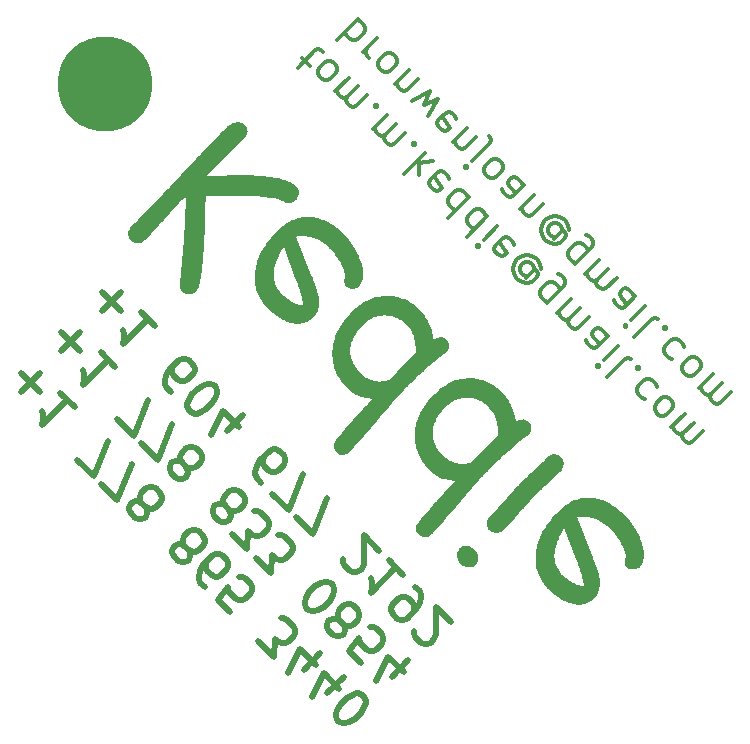
<source format=gbl>
G04 #@! TF.GenerationSoftware,KiCad,Pcbnew,7.0.7*
G04 #@! TF.CreationDate,2023-09-23T15:21:36-07:00*
G04 #@! TF.ProjectId,baggage-label-small,62616767-6167-4652-9d6c-6162656c2d73,rev?*
G04 #@! TF.SameCoordinates,Original*
G04 #@! TF.FileFunction,Copper,L2,Bot*
G04 #@! TF.FilePolarity,Positive*
%FSLAX46Y46*%
G04 Gerber Fmt 4.6, Leading zero omitted, Abs format (unit mm)*
G04 Created by KiCad (PCBNEW 7.0.7) date 2023-09-23 15:21:36*
%MOMM*%
%LPD*%
G01*
G04 APERTURE LIST*
%ADD10C,0.300000*%
G04 #@! TA.AperFunction,NonConductor*
%ADD11C,0.300000*%
G04 #@! TD*
%ADD12C,0.500000*%
G04 #@! TA.AperFunction,NonConductor*
%ADD13C,0.500000*%
G04 #@! TD*
%ADD14C,0.150000*%
G04 #@! TA.AperFunction,NonConductor*
%ADD15C,0.150000*%
G04 #@! TD*
G04 #@! TA.AperFunction,ViaPad*
%ADD16C,8.010000*%
G04 #@! TD*
G04 APERTURE END LIST*
D10*
D11*
X76663960Y-57753543D02*
X77337395Y-58426978D01*
X76327243Y-58595337D02*
X77842472Y-57080108D01*
X77842472Y-57080108D02*
X78095010Y-56995929D01*
X78095010Y-56995929D02*
X78347548Y-57080108D01*
X78347548Y-57080108D02*
X78515907Y-57248467D01*
X79357700Y-58090261D02*
X79105162Y-58006081D01*
X79105162Y-58006081D02*
X78936803Y-58006081D01*
X78936803Y-58006081D02*
X78684265Y-58090261D01*
X78684265Y-58090261D02*
X78179189Y-58595337D01*
X78179189Y-58595337D02*
X78095009Y-58847875D01*
X78095009Y-58847875D02*
X78095009Y-59016234D01*
X78095009Y-59016234D02*
X78179189Y-59268772D01*
X78179189Y-59268772D02*
X78431727Y-59521310D01*
X78431727Y-59521310D02*
X78684265Y-59605489D01*
X78684265Y-59605489D02*
X78852624Y-59605489D01*
X78852624Y-59605489D02*
X79105162Y-59521310D01*
X79105162Y-59521310D02*
X79610238Y-59016234D01*
X79610238Y-59016234D02*
X79694418Y-58763696D01*
X79694418Y-58763696D02*
X79694418Y-58595337D01*
X79694418Y-58595337D02*
X79610238Y-58342799D01*
X79610238Y-58342799D02*
X79357700Y-58090261D01*
X80704570Y-59437131D02*
X79526059Y-60615642D01*
X79694418Y-60447283D02*
X79694418Y-60615642D01*
X79694418Y-60615642D02*
X79778597Y-60868180D01*
X79778597Y-60868180D02*
X80031135Y-61120718D01*
X80031135Y-61120718D02*
X80283673Y-61204898D01*
X80283673Y-61204898D02*
X80536212Y-61120718D01*
X80536212Y-61120718D02*
X81462185Y-60194745D01*
X80536212Y-61120718D02*
X80452032Y-61373257D01*
X80452032Y-61373257D02*
X80536212Y-61625795D01*
X80536212Y-61625795D02*
X80788750Y-61878333D01*
X80788750Y-61878333D02*
X81041288Y-61962512D01*
X81041288Y-61962512D02*
X81293826Y-61878333D01*
X81293826Y-61878333D02*
X82219799Y-60952360D01*
X82893234Y-61962512D02*
X83061593Y-61962512D01*
X83061593Y-61962512D02*
X83061593Y-61794153D01*
X83061593Y-61794153D02*
X82893234Y-61794153D01*
X82893234Y-61794153D02*
X82893234Y-61962512D01*
X82893234Y-61962512D02*
X83061593Y-61794153D01*
X83903386Y-62635947D02*
X82724875Y-63814458D01*
X82893234Y-63646099D02*
X82893234Y-63814458D01*
X82893234Y-63814458D02*
X82977413Y-64066996D01*
X82977413Y-64066996D02*
X83229951Y-64319534D01*
X83229951Y-64319534D02*
X83482490Y-64403714D01*
X83482490Y-64403714D02*
X83735028Y-64319534D01*
X83735028Y-64319534D02*
X84661001Y-63393561D01*
X83735028Y-64319534D02*
X83650848Y-64572073D01*
X83650848Y-64572073D02*
X83735028Y-64824611D01*
X83735028Y-64824611D02*
X83987566Y-65077149D01*
X83987566Y-65077149D02*
X84240104Y-65161328D01*
X84240104Y-65161328D02*
X84492642Y-65077149D01*
X84492642Y-65077149D02*
X85418615Y-64151176D01*
X86092050Y-65161328D02*
X86260409Y-65161328D01*
X86260409Y-65161328D02*
X86260409Y-64992969D01*
X86260409Y-64992969D02*
X86092050Y-64992969D01*
X86092050Y-64992969D02*
X86092050Y-65161328D01*
X86092050Y-65161328D02*
X86260409Y-64992969D01*
X87102202Y-65834763D02*
X85334435Y-67602530D01*
X86597126Y-66676557D02*
X87775637Y-66508198D01*
X86597126Y-67686709D02*
X86597126Y-66339839D01*
X89122508Y-68023427D02*
X89038328Y-67770889D01*
X89038328Y-67770889D02*
X88701611Y-67434171D01*
X88701611Y-67434171D02*
X88449073Y-67349992D01*
X88449073Y-67349992D02*
X88196535Y-67434171D01*
X88196535Y-67434171D02*
X87523100Y-68107606D01*
X87523100Y-68107606D02*
X87438920Y-68360145D01*
X87438920Y-68360145D02*
X87523100Y-68612683D01*
X87523100Y-68612683D02*
X87859817Y-68949400D01*
X87859817Y-68949400D02*
X88112355Y-69033580D01*
X88112355Y-69033580D02*
X88364893Y-68949400D01*
X88364893Y-68949400D02*
X88533252Y-68781041D01*
X88533252Y-68781041D02*
X87859817Y-67770889D01*
X90806095Y-69538656D02*
X89038328Y-71306423D01*
X90721916Y-69622835D02*
X90637737Y-69370297D01*
X90637737Y-69370297D02*
X90301019Y-69033579D01*
X90301019Y-69033579D02*
X90048481Y-68949400D01*
X90048481Y-68949400D02*
X89880122Y-68949400D01*
X89880122Y-68949400D02*
X89627584Y-69033579D01*
X89627584Y-69033579D02*
X89122508Y-69538656D01*
X89122508Y-69538656D02*
X89038328Y-69791194D01*
X89038328Y-69791194D02*
X89038328Y-69959553D01*
X89038328Y-69959553D02*
X89122508Y-70212091D01*
X89122508Y-70212091D02*
X89459225Y-70548808D01*
X89459225Y-70548808D02*
X89711763Y-70632988D01*
X92405504Y-71138064D02*
X90637737Y-72905831D01*
X92321324Y-71222243D02*
X92237145Y-70969705D01*
X92237145Y-70969705D02*
X91900427Y-70632988D01*
X91900427Y-70632988D02*
X91647889Y-70548808D01*
X91647889Y-70548808D02*
X91479531Y-70548808D01*
X91479531Y-70548808D02*
X91226992Y-70632988D01*
X91226992Y-70632988D02*
X90721916Y-71138064D01*
X90721916Y-71138064D02*
X90637737Y-71390602D01*
X90637737Y-71390602D02*
X90637737Y-71558961D01*
X90637737Y-71558961D02*
X90721916Y-71811499D01*
X90721916Y-71811499D02*
X91058634Y-72148217D01*
X91058634Y-72148217D02*
X91311172Y-72232396D01*
X93247298Y-71979858D02*
X92068786Y-73158369D01*
X91479531Y-73747625D02*
X91479531Y-73579266D01*
X91479531Y-73579266D02*
X91647889Y-73579266D01*
X91647889Y-73579266D02*
X91647889Y-73747625D01*
X91647889Y-73747625D02*
X91479531Y-73747625D01*
X91479531Y-73747625D02*
X91647889Y-73579266D01*
X94678347Y-73579266D02*
X94594168Y-73326728D01*
X94594168Y-73326728D02*
X94257450Y-72990010D01*
X94257450Y-72990010D02*
X94004912Y-72905831D01*
X94004912Y-72905831D02*
X93752374Y-72990010D01*
X93752374Y-72990010D02*
X93078939Y-73663445D01*
X93078939Y-73663445D02*
X92994759Y-73915984D01*
X92994759Y-73915984D02*
X93078939Y-74168522D01*
X93078939Y-74168522D02*
X93415656Y-74505239D01*
X93415656Y-74505239D02*
X93668194Y-74589419D01*
X93668194Y-74589419D02*
X93920733Y-74505239D01*
X93920733Y-74505239D02*
X94089091Y-74336881D01*
X94089091Y-74336881D02*
X93415656Y-73326728D01*
X95856858Y-76273006D02*
X95688499Y-76273006D01*
X95688499Y-76273006D02*
X95435961Y-76188827D01*
X95435961Y-76188827D02*
X95267603Y-76020468D01*
X95267603Y-76020468D02*
X95183423Y-75767930D01*
X95183423Y-75767930D02*
X95183423Y-75599571D01*
X95183423Y-75599571D02*
X95267603Y-75347033D01*
X95267603Y-75347033D02*
X95435961Y-75178674D01*
X95435961Y-75178674D02*
X95688499Y-75094495D01*
X95688499Y-75094495D02*
X95856858Y-75094495D01*
X95856858Y-75094495D02*
X96109396Y-75178674D01*
X96109396Y-75178674D02*
X96277755Y-75347033D01*
X96277755Y-75347033D02*
X96361934Y-75599571D01*
X96361934Y-75599571D02*
X96361934Y-75767930D01*
X95688499Y-76441365D02*
X96361934Y-75767930D01*
X96361934Y-75767930D02*
X96530293Y-75767930D01*
X96530293Y-75767930D02*
X96614473Y-75852109D01*
X96614473Y-75852109D02*
X96698652Y-76104647D01*
X96698652Y-76104647D02*
X96614473Y-76357186D01*
X96614473Y-76357186D02*
X96193576Y-76778082D01*
X96193576Y-76778082D02*
X95772679Y-76862262D01*
X95772679Y-76862262D02*
X95351782Y-76778082D01*
X95351782Y-76778082D02*
X94930885Y-76525544D01*
X94930885Y-76525544D02*
X94678347Y-76104647D01*
X94678347Y-76104647D02*
X94594167Y-75683750D01*
X94594167Y-75683750D02*
X94678347Y-75262854D01*
X94678347Y-75262854D02*
X94930885Y-74841957D01*
X94930885Y-74841957D02*
X95351782Y-74589419D01*
X95351782Y-74589419D02*
X95772679Y-74505239D01*
X95772679Y-74505239D02*
X96193576Y-74589419D01*
X96193576Y-74589419D02*
X96614473Y-74841957D01*
X96614473Y-74841957D02*
X96867011Y-75262854D01*
X96867011Y-75262854D02*
X96951190Y-75683750D01*
X97456267Y-78545850D02*
X98887316Y-77114800D01*
X98887316Y-77114800D02*
X98971495Y-76862262D01*
X98971495Y-76862262D02*
X98971495Y-76693903D01*
X98971495Y-76693903D02*
X98887316Y-76441365D01*
X98887316Y-76441365D02*
X98634778Y-76188827D01*
X98634778Y-76188827D02*
X98382240Y-76104648D01*
X98550598Y-77451518D02*
X98466419Y-77198980D01*
X98466419Y-77198980D02*
X98129702Y-76862262D01*
X98129702Y-76862262D02*
X97877163Y-76778083D01*
X97877163Y-76778083D02*
X97708805Y-76778083D01*
X97708805Y-76778083D02*
X97456267Y-76862262D01*
X97456267Y-76862262D02*
X96951190Y-77367338D01*
X96951190Y-77367338D02*
X96867011Y-77619876D01*
X96867011Y-77619876D02*
X96867011Y-77788235D01*
X96867011Y-77788235D02*
X96951190Y-78040773D01*
X96951190Y-78040773D02*
X97287908Y-78377491D01*
X97287908Y-78377491D02*
X97540446Y-78461670D01*
X99476572Y-78209132D02*
X98298061Y-79387644D01*
X98466419Y-79219285D02*
X98466419Y-79387644D01*
X98466419Y-79387644D02*
X98550599Y-79640182D01*
X98550599Y-79640182D02*
X98803137Y-79892720D01*
X98803137Y-79892720D02*
X99055675Y-79976899D01*
X99055675Y-79976899D02*
X99308213Y-79892720D01*
X99308213Y-79892720D02*
X100234186Y-78966747D01*
X99308213Y-79892720D02*
X99224034Y-80145258D01*
X99224034Y-80145258D02*
X99308213Y-80397796D01*
X99308213Y-80397796D02*
X99560751Y-80650334D01*
X99560751Y-80650334D02*
X99813289Y-80734514D01*
X99813289Y-80734514D02*
X100065827Y-80650334D01*
X100065827Y-80650334D02*
X100991801Y-79724361D01*
X102591209Y-81323769D02*
X101665235Y-82249742D01*
X101665235Y-82249742D02*
X101412697Y-82333922D01*
X101412697Y-82333922D02*
X101160159Y-82249742D01*
X101160159Y-82249742D02*
X100823442Y-81913025D01*
X100823442Y-81913025D02*
X100739262Y-81660487D01*
X102507029Y-81407948D02*
X102422850Y-81155410D01*
X102422850Y-81155410D02*
X102001953Y-80734513D01*
X102001953Y-80734513D02*
X101749415Y-80650334D01*
X101749415Y-80650334D02*
X101496877Y-80734513D01*
X101496877Y-80734513D02*
X101328518Y-80902872D01*
X101328518Y-80902872D02*
X101244339Y-81155410D01*
X101244339Y-81155410D02*
X101328518Y-81407948D01*
X101328518Y-81407948D02*
X101749415Y-81828845D01*
X101749415Y-81828845D02*
X101833594Y-82081383D01*
X103433003Y-82165563D02*
X102254491Y-83344074D01*
X101665236Y-83933330D02*
X101665236Y-83764971D01*
X101665236Y-83764971D02*
X101833594Y-83764971D01*
X101833594Y-83764971D02*
X101833594Y-83933330D01*
X101833594Y-83933330D02*
X101665236Y-83933330D01*
X101665236Y-83933330D02*
X101833594Y-83764971D01*
X104527334Y-83259895D02*
X104274796Y-83175715D01*
X104274796Y-83175715D02*
X104022258Y-83259895D01*
X104022258Y-83259895D02*
X102507029Y-84775124D01*
X105032411Y-84101689D02*
X105200769Y-84101689D01*
X105200769Y-84101689D02*
X105200769Y-83933330D01*
X105200769Y-83933330D02*
X105032411Y-83933330D01*
X105032411Y-83933330D02*
X105032411Y-84101689D01*
X105032411Y-84101689D02*
X105200769Y-83933330D01*
X106715998Y-85616917D02*
X106631819Y-85364379D01*
X106631819Y-85364379D02*
X106295101Y-85027662D01*
X106295101Y-85027662D02*
X106042563Y-84943482D01*
X106042563Y-84943482D02*
X105874204Y-84943482D01*
X105874204Y-84943482D02*
X105621666Y-85027662D01*
X105621666Y-85027662D02*
X105116590Y-85532738D01*
X105116590Y-85532738D02*
X105032411Y-85785276D01*
X105032411Y-85785276D02*
X105032411Y-85953635D01*
X105032411Y-85953635D02*
X105116590Y-86206173D01*
X105116590Y-86206173D02*
X105453307Y-86542891D01*
X105453307Y-86542891D02*
X105705846Y-86627070D01*
X107810330Y-86542890D02*
X107557792Y-86458711D01*
X107557792Y-86458711D02*
X107389433Y-86458711D01*
X107389433Y-86458711D02*
X107136895Y-86542890D01*
X107136895Y-86542890D02*
X106631819Y-87047967D01*
X106631819Y-87047967D02*
X106547639Y-87300505D01*
X106547639Y-87300505D02*
X106547639Y-87468864D01*
X106547639Y-87468864D02*
X106631819Y-87721402D01*
X106631819Y-87721402D02*
X106884357Y-87973940D01*
X106884357Y-87973940D02*
X107136895Y-88058119D01*
X107136895Y-88058119D02*
X107305254Y-88058119D01*
X107305254Y-88058119D02*
X107557792Y-87973940D01*
X107557792Y-87973940D02*
X108062868Y-87468864D01*
X108062868Y-87468864D02*
X108147048Y-87216325D01*
X108147048Y-87216325D02*
X108147048Y-87047967D01*
X108147048Y-87047967D02*
X108062868Y-86795429D01*
X108062868Y-86795429D02*
X107810330Y-86542890D01*
X109157200Y-87889761D02*
X107978689Y-89068272D01*
X108147048Y-88899913D02*
X108147048Y-89068272D01*
X108147048Y-89068272D02*
X108231227Y-89320810D01*
X108231227Y-89320810D02*
X108483765Y-89573348D01*
X108483765Y-89573348D02*
X108736303Y-89657528D01*
X108736303Y-89657528D02*
X108988841Y-89573348D01*
X108988841Y-89573348D02*
X109914815Y-88647375D01*
X108988841Y-89573348D02*
X108904662Y-89825886D01*
X108904662Y-89825886D02*
X108988841Y-90078424D01*
X108988841Y-90078424D02*
X109241380Y-90330963D01*
X109241380Y-90330963D02*
X109493918Y-90415142D01*
X109493918Y-90415142D02*
X109746456Y-90330963D01*
X109746456Y-90330963D02*
X110672429Y-89404989D01*
X81446191Y-54486541D02*
X79678424Y-56254308D01*
X80351859Y-55580873D02*
X80436038Y-55833411D01*
X80436038Y-55833411D02*
X80772756Y-56170129D01*
X80772756Y-56170129D02*
X81025294Y-56254308D01*
X81025294Y-56254308D02*
X81193652Y-56254308D01*
X81193652Y-56254308D02*
X81446191Y-56170129D01*
X81446191Y-56170129D02*
X81951267Y-55665052D01*
X81951267Y-55665052D02*
X82035446Y-55412514D01*
X82035446Y-55412514D02*
X82035446Y-55244155D01*
X82035446Y-55244155D02*
X81951267Y-54991617D01*
X81951267Y-54991617D02*
X81614549Y-54654900D01*
X81614549Y-54654900D02*
X81362011Y-54570720D01*
X83045599Y-56085949D02*
X81867088Y-57264461D01*
X82203805Y-56927743D02*
X82119626Y-57180281D01*
X82119626Y-57180281D02*
X82119626Y-57348640D01*
X82119626Y-57348640D02*
X82203805Y-57601178D01*
X82203805Y-57601178D02*
X82372164Y-57769537D01*
X84392469Y-57432819D02*
X84139931Y-57348640D01*
X84139931Y-57348640D02*
X83971572Y-57348640D01*
X83971572Y-57348640D02*
X83719034Y-57432819D01*
X83719034Y-57432819D02*
X83213958Y-57937896D01*
X83213958Y-57937896D02*
X83129778Y-58190434D01*
X83129778Y-58190434D02*
X83129778Y-58358793D01*
X83129778Y-58358793D02*
X83213958Y-58611331D01*
X83213958Y-58611331D02*
X83466496Y-58863869D01*
X83466496Y-58863869D02*
X83719034Y-58948048D01*
X83719034Y-58948048D02*
X83887393Y-58948048D01*
X83887393Y-58948048D02*
X84139931Y-58863869D01*
X84139931Y-58863869D02*
X84645007Y-58358793D01*
X84645007Y-58358793D02*
X84729186Y-58106254D01*
X84729186Y-58106254D02*
X84729186Y-57937896D01*
X84729186Y-57937896D02*
X84645007Y-57685357D01*
X84645007Y-57685357D02*
X84392469Y-57432819D01*
X84560828Y-59958201D02*
X85739339Y-58779690D01*
X84729187Y-59789842D02*
X84729187Y-59958201D01*
X84729187Y-59958201D02*
X84813366Y-60210739D01*
X84813366Y-60210739D02*
X85065904Y-60463277D01*
X85065904Y-60463277D02*
X85318442Y-60547457D01*
X85318442Y-60547457D02*
X85570980Y-60463277D01*
X85570980Y-60463277D02*
X86496954Y-59537304D01*
X85991877Y-61389250D02*
X87507106Y-60547457D01*
X87507106Y-60547457D02*
X87002030Y-61725968D01*
X87002030Y-61725968D02*
X88180541Y-61220892D01*
X88180541Y-61220892D02*
X87338748Y-62736121D01*
X89779950Y-62988659D02*
X89695770Y-62736121D01*
X89695770Y-62736121D02*
X89359053Y-62399403D01*
X89359053Y-62399403D02*
X89106515Y-62315224D01*
X89106515Y-62315224D02*
X88853977Y-62399403D01*
X88853977Y-62399403D02*
X88180542Y-63072838D01*
X88180542Y-63072838D02*
X88096362Y-63325376D01*
X88096362Y-63325376D02*
X88180542Y-63577915D01*
X88180542Y-63577915D02*
X88517259Y-63914632D01*
X88517259Y-63914632D02*
X88769797Y-63998811D01*
X88769797Y-63998811D02*
X89022335Y-63914632D01*
X89022335Y-63914632D02*
X89190694Y-63746273D01*
X89190694Y-63746273D02*
X88517259Y-62736121D01*
X89527412Y-64924785D02*
X90705923Y-63746273D01*
X89695770Y-64756426D02*
X89695770Y-64924785D01*
X89695770Y-64924785D02*
X89779950Y-65177323D01*
X89779950Y-65177323D02*
X90032488Y-65429861D01*
X90032488Y-65429861D02*
X90285026Y-65514040D01*
X90285026Y-65514040D02*
X90537564Y-65429861D01*
X90537564Y-65429861D02*
X91463537Y-64503888D01*
X91126820Y-66524193D02*
X92642049Y-65008964D01*
X92642049Y-65008964D02*
X92726228Y-64756426D01*
X92726228Y-64756426D02*
X92642049Y-64503888D01*
X92642049Y-64503888D02*
X92557869Y-64419708D01*
X90537564Y-67113449D02*
X90537564Y-66945090D01*
X90537564Y-66945090D02*
X90705923Y-66945090D01*
X90705923Y-66945090D02*
X90705923Y-67113449D01*
X90705923Y-67113449D02*
X90537564Y-67113449D01*
X90537564Y-67113449D02*
X90705923Y-66945090D01*
X93399663Y-66440013D02*
X93147125Y-66355834D01*
X93147125Y-66355834D02*
X92978766Y-66355834D01*
X92978766Y-66355834D02*
X92726228Y-66440013D01*
X92726228Y-66440013D02*
X92221152Y-66945090D01*
X92221152Y-66945090D02*
X92136972Y-67197628D01*
X92136972Y-67197628D02*
X92136972Y-67365987D01*
X92136972Y-67365987D02*
X92221152Y-67618525D01*
X92221152Y-67618525D02*
X92473690Y-67871063D01*
X92473690Y-67871063D02*
X92726228Y-67955242D01*
X92726228Y-67955242D02*
X92894587Y-67955242D01*
X92894587Y-67955242D02*
X93147125Y-67871063D01*
X93147125Y-67871063D02*
X93652201Y-67365987D01*
X93652201Y-67365987D02*
X93736381Y-67113448D01*
X93736381Y-67113448D02*
X93736381Y-66945090D01*
X93736381Y-66945090D02*
X93652201Y-66692552D01*
X93652201Y-66692552D02*
X93399663Y-66440013D01*
X95504148Y-68544498D02*
X94578174Y-69470471D01*
X94578174Y-69470471D02*
X94325636Y-69554651D01*
X94325636Y-69554651D02*
X94073098Y-69470471D01*
X94073098Y-69470471D02*
X93736381Y-69133754D01*
X93736381Y-69133754D02*
X93652201Y-68881216D01*
X95419968Y-68628677D02*
X95335789Y-68376139D01*
X95335789Y-68376139D02*
X94914892Y-67955242D01*
X94914892Y-67955242D02*
X94662354Y-67871063D01*
X94662354Y-67871063D02*
X94409816Y-67955242D01*
X94409816Y-67955242D02*
X94241457Y-68123601D01*
X94241457Y-68123601D02*
X94157278Y-68376139D01*
X94157278Y-68376139D02*
X94241457Y-68628677D01*
X94241457Y-68628677D02*
X94662354Y-69049574D01*
X94662354Y-69049574D02*
X94746533Y-69302112D01*
X95167430Y-70564803D02*
X96345942Y-69386292D01*
X95335789Y-70396445D02*
X95335789Y-70564803D01*
X95335789Y-70564803D02*
X95419968Y-70817341D01*
X95419968Y-70817341D02*
X95672507Y-71069880D01*
X95672507Y-71069880D02*
X95925045Y-71154059D01*
X95925045Y-71154059D02*
X96177583Y-71069880D01*
X96177583Y-71069880D02*
X97103556Y-70143906D01*
X98197888Y-72921826D02*
X98029529Y-72921826D01*
X98029529Y-72921826D02*
X97776991Y-72837647D01*
X97776991Y-72837647D02*
X97608632Y-72669288D01*
X97608632Y-72669288D02*
X97524453Y-72416750D01*
X97524453Y-72416750D02*
X97524453Y-72248391D01*
X97524453Y-72248391D02*
X97608632Y-71995853D01*
X97608632Y-71995853D02*
X97776991Y-71827494D01*
X97776991Y-71827494D02*
X98029529Y-71743315D01*
X98029529Y-71743315D02*
X98197888Y-71743315D01*
X98197888Y-71743315D02*
X98450426Y-71827494D01*
X98450426Y-71827494D02*
X98618785Y-71995853D01*
X98618785Y-71995853D02*
X98702964Y-72248391D01*
X98702964Y-72248391D02*
X98702964Y-72416750D01*
X98029529Y-73090185D02*
X98702964Y-72416750D01*
X98702964Y-72416750D02*
X98871323Y-72416750D01*
X98871323Y-72416750D02*
X98955503Y-72500929D01*
X98955503Y-72500929D02*
X99039682Y-72753467D01*
X99039682Y-72753467D02*
X98955503Y-73006005D01*
X98955503Y-73006005D02*
X98534606Y-73426902D01*
X98534606Y-73426902D02*
X98113709Y-73511082D01*
X98113709Y-73511082D02*
X97692812Y-73426902D01*
X97692812Y-73426902D02*
X97271915Y-73174364D01*
X97271915Y-73174364D02*
X97019377Y-72753467D01*
X97019377Y-72753467D02*
X96935197Y-72332570D01*
X96935197Y-72332570D02*
X97019377Y-71911674D01*
X97019377Y-71911674D02*
X97271915Y-71490777D01*
X97271915Y-71490777D02*
X97692812Y-71238238D01*
X97692812Y-71238238D02*
X98113709Y-71154059D01*
X98113709Y-71154059D02*
X98534606Y-71238238D01*
X98534606Y-71238238D02*
X98955503Y-71490777D01*
X98955503Y-71490777D02*
X99208041Y-71911674D01*
X99208041Y-71911674D02*
X99292220Y-72332570D01*
X99797296Y-75194670D02*
X101228346Y-73763620D01*
X101228346Y-73763620D02*
X101312525Y-73511082D01*
X101312525Y-73511082D02*
X101312525Y-73342723D01*
X101312525Y-73342723D02*
X101228346Y-73090185D01*
X101228346Y-73090185D02*
X100975808Y-72837647D01*
X100975808Y-72837647D02*
X100723270Y-72753468D01*
X100891628Y-74100338D02*
X100807449Y-73847799D01*
X100807449Y-73847799D02*
X100470732Y-73511082D01*
X100470732Y-73511082D02*
X100218193Y-73426903D01*
X100218193Y-73426903D02*
X100049835Y-73426903D01*
X100049835Y-73426903D02*
X99797296Y-73511082D01*
X99797296Y-73511082D02*
X99292220Y-74016158D01*
X99292220Y-74016158D02*
X99208041Y-74268696D01*
X99208041Y-74268696D02*
X99208041Y-74437055D01*
X99208041Y-74437055D02*
X99292220Y-74689593D01*
X99292220Y-74689593D02*
X99628938Y-75026311D01*
X99628938Y-75026311D02*
X99881476Y-75110490D01*
X101817602Y-74857952D02*
X100639090Y-76036463D01*
X100807449Y-75868105D02*
X100807449Y-76036463D01*
X100807449Y-76036463D02*
X100891629Y-76289002D01*
X100891629Y-76289002D02*
X101144167Y-76541540D01*
X101144167Y-76541540D02*
X101396705Y-76625719D01*
X101396705Y-76625719D02*
X101649243Y-76541540D01*
X101649243Y-76541540D02*
X102575216Y-75615567D01*
X101649243Y-76541540D02*
X101565064Y-76794078D01*
X101565064Y-76794078D02*
X101649243Y-77046616D01*
X101649243Y-77046616D02*
X101901781Y-77299154D01*
X101901781Y-77299154D02*
X102154319Y-77383334D01*
X102154319Y-77383334D02*
X102406857Y-77299154D01*
X102406857Y-77299154D02*
X103332831Y-76373181D01*
X104932239Y-77972589D02*
X104006265Y-78898562D01*
X104006265Y-78898562D02*
X103753727Y-78982741D01*
X103753727Y-78982741D02*
X103501189Y-78898562D01*
X103501189Y-78898562D02*
X103164472Y-78561845D01*
X103164472Y-78561845D02*
X103080292Y-78309306D01*
X104848059Y-78056768D02*
X104763880Y-77804230D01*
X104763880Y-77804230D02*
X104342983Y-77383333D01*
X104342983Y-77383333D02*
X104090445Y-77299154D01*
X104090445Y-77299154D02*
X103837907Y-77383333D01*
X103837907Y-77383333D02*
X103669548Y-77551692D01*
X103669548Y-77551692D02*
X103585368Y-77804230D01*
X103585368Y-77804230D02*
X103669548Y-78056768D01*
X103669548Y-78056768D02*
X104090445Y-78477665D01*
X104090445Y-78477665D02*
X104174624Y-78730203D01*
X105774032Y-78814383D02*
X104595521Y-79992894D01*
X104006266Y-80582150D02*
X104006266Y-80413791D01*
X104006266Y-80413791D02*
X104174624Y-80413791D01*
X104174624Y-80413791D02*
X104174624Y-80582150D01*
X104174624Y-80582150D02*
X104006266Y-80582150D01*
X104006266Y-80582150D02*
X104174624Y-80413791D01*
X106868364Y-79908715D02*
X106615826Y-79824535D01*
X106615826Y-79824535D02*
X106363288Y-79908715D01*
X106363288Y-79908715D02*
X104848059Y-81423943D01*
X107373441Y-80750509D02*
X107541799Y-80750509D01*
X107541799Y-80750509D02*
X107541799Y-80582150D01*
X107541799Y-80582150D02*
X107373441Y-80582150D01*
X107373441Y-80582150D02*
X107373441Y-80750509D01*
X107373441Y-80750509D02*
X107541799Y-80582150D01*
X109057028Y-82265737D02*
X108972849Y-82013199D01*
X108972849Y-82013199D02*
X108636131Y-81676482D01*
X108636131Y-81676482D02*
X108383593Y-81592302D01*
X108383593Y-81592302D02*
X108215234Y-81592302D01*
X108215234Y-81592302D02*
X107962696Y-81676482D01*
X107962696Y-81676482D02*
X107457620Y-82181558D01*
X107457620Y-82181558D02*
X107373441Y-82434096D01*
X107373441Y-82434096D02*
X107373441Y-82602455D01*
X107373441Y-82602455D02*
X107457620Y-82854993D01*
X107457620Y-82854993D02*
X107794337Y-83191710D01*
X107794337Y-83191710D02*
X108046876Y-83275890D01*
X110151360Y-83191710D02*
X109898822Y-83107531D01*
X109898822Y-83107531D02*
X109730463Y-83107531D01*
X109730463Y-83107531D02*
X109477925Y-83191710D01*
X109477925Y-83191710D02*
X108972849Y-83696787D01*
X108972849Y-83696787D02*
X108888669Y-83949325D01*
X108888669Y-83949325D02*
X108888669Y-84117684D01*
X108888669Y-84117684D02*
X108972849Y-84370222D01*
X108972849Y-84370222D02*
X109225387Y-84622760D01*
X109225387Y-84622760D02*
X109477925Y-84706939D01*
X109477925Y-84706939D02*
X109646284Y-84706939D01*
X109646284Y-84706939D02*
X109898822Y-84622760D01*
X109898822Y-84622760D02*
X110403898Y-84117684D01*
X110403898Y-84117684D02*
X110488077Y-83865145D01*
X110488077Y-83865145D02*
X110488077Y-83696787D01*
X110488077Y-83696787D02*
X110403898Y-83444248D01*
X110403898Y-83444248D02*
X110151360Y-83191710D01*
X111498230Y-84538581D02*
X110319719Y-85717092D01*
X110488078Y-85548733D02*
X110488078Y-85717092D01*
X110488078Y-85717092D02*
X110572257Y-85969630D01*
X110572257Y-85969630D02*
X110824795Y-86222168D01*
X110824795Y-86222168D02*
X111077333Y-86306348D01*
X111077333Y-86306348D02*
X111329871Y-86222168D01*
X111329871Y-86222168D02*
X112255845Y-85296195D01*
X111329871Y-86222168D02*
X111245692Y-86474706D01*
X111245692Y-86474706D02*
X111329871Y-86727244D01*
X111329871Y-86727244D02*
X111582410Y-86979783D01*
X111582410Y-86979783D02*
X111834948Y-87063962D01*
X111834948Y-87063962D02*
X112087486Y-86979783D01*
X112087486Y-86979783D02*
X113013459Y-86053809D01*
D12*
D13*
X52895364Y-84416303D02*
X54511608Y-86032547D01*
X54511608Y-84416303D02*
X52895364Y-86032547D01*
X57441050Y-87345746D02*
X56228867Y-86133563D01*
X56834959Y-86739654D02*
X54713639Y-88860974D01*
X54713639Y-88860974D02*
X54814654Y-88355898D01*
X54814654Y-88355898D02*
X54814654Y-87951837D01*
X54814654Y-87951837D02*
X54713639Y-87648791D01*
X57643081Y-91790417D02*
X59057294Y-93204630D01*
X59057294Y-93204630D02*
X60269477Y-90174173D01*
X59663386Y-93810722D02*
X61077600Y-95224935D01*
X61077600Y-95224935D02*
X62289783Y-92194478D01*
X63097905Y-95426966D02*
X62794859Y-95325951D01*
X62794859Y-95325951D02*
X62592828Y-95325951D01*
X62592828Y-95325951D02*
X62289783Y-95426966D01*
X62289783Y-95426966D02*
X62188767Y-95527981D01*
X62188767Y-95527981D02*
X62087752Y-95831027D01*
X62087752Y-95831027D02*
X62087752Y-96033058D01*
X62087752Y-96033058D02*
X62188767Y-96336103D01*
X62188767Y-96336103D02*
X62592828Y-96740164D01*
X62592828Y-96740164D02*
X62895874Y-96841180D01*
X62895874Y-96841180D02*
X63097905Y-96841180D01*
X63097905Y-96841180D02*
X63400951Y-96740164D01*
X63400951Y-96740164D02*
X63501966Y-96639149D01*
X63501966Y-96639149D02*
X63602981Y-96336103D01*
X63602981Y-96336103D02*
X63602981Y-96134073D01*
X63602981Y-96134073D02*
X63501966Y-95831027D01*
X63501966Y-95831027D02*
X63097905Y-95426966D01*
X63097905Y-95426966D02*
X62996890Y-95123920D01*
X62996890Y-95123920D02*
X62996890Y-94921890D01*
X62996890Y-94921890D02*
X63097905Y-94618844D01*
X63097905Y-94618844D02*
X63501966Y-94214783D01*
X63501966Y-94214783D02*
X63805012Y-94113768D01*
X63805012Y-94113768D02*
X64007042Y-94113768D01*
X64007042Y-94113768D02*
X64310088Y-94214783D01*
X64310088Y-94214783D02*
X64714149Y-94618844D01*
X64714149Y-94618844D02*
X64815164Y-94921890D01*
X64815164Y-94921890D02*
X64815164Y-95123920D01*
X64815164Y-95123920D02*
X64714149Y-95426966D01*
X64714149Y-95426966D02*
X64310088Y-95831027D01*
X64310088Y-95831027D02*
X64007042Y-95932042D01*
X64007042Y-95932042D02*
X63805012Y-95932042D01*
X63805012Y-95932042D02*
X63501966Y-95831027D01*
X66734454Y-99063515D02*
X66431408Y-98962500D01*
X66431408Y-98962500D02*
X66229378Y-98962500D01*
X66229378Y-98962500D02*
X65926332Y-99063515D01*
X65926332Y-99063515D02*
X65825317Y-99164530D01*
X65825317Y-99164530D02*
X65724301Y-99467576D01*
X65724301Y-99467576D02*
X65724301Y-99669607D01*
X65724301Y-99669607D02*
X65825317Y-99972652D01*
X65825317Y-99972652D02*
X66229378Y-100376713D01*
X66229378Y-100376713D02*
X66532423Y-100477729D01*
X66532423Y-100477729D02*
X66734454Y-100477729D01*
X66734454Y-100477729D02*
X67037500Y-100376713D01*
X67037500Y-100376713D02*
X67138515Y-100275698D01*
X67138515Y-100275698D02*
X67239530Y-99972652D01*
X67239530Y-99972652D02*
X67239530Y-99770622D01*
X67239530Y-99770622D02*
X67138515Y-99467576D01*
X67138515Y-99467576D02*
X66734454Y-99063515D01*
X66734454Y-99063515D02*
X66633439Y-98760469D01*
X66633439Y-98760469D02*
X66633439Y-98558439D01*
X66633439Y-98558439D02*
X66734454Y-98255393D01*
X66734454Y-98255393D02*
X67138515Y-97851332D01*
X67138515Y-97851332D02*
X67441561Y-97750317D01*
X67441561Y-97750317D02*
X67643591Y-97750317D01*
X67643591Y-97750317D02*
X67946637Y-97851332D01*
X67946637Y-97851332D02*
X68350698Y-98255393D01*
X68350698Y-98255393D02*
X68451713Y-98558439D01*
X68451713Y-98558439D02*
X68451713Y-98760469D01*
X68451713Y-98760469D02*
X68350698Y-99063515D01*
X68350698Y-99063515D02*
X67946637Y-99467576D01*
X67946637Y-99467576D02*
X67643591Y-99568591D01*
X67643591Y-99568591D02*
X67441561Y-99568591D01*
X67441561Y-99568591D02*
X67138515Y-99467576D01*
X68451713Y-102599049D02*
X68047652Y-102194988D01*
X68047652Y-102194988D02*
X67946637Y-101891942D01*
X67946637Y-101891942D02*
X67946637Y-101689912D01*
X67946637Y-101689912D02*
X68047652Y-101184836D01*
X68047652Y-101184836D02*
X68350698Y-100679759D01*
X68350698Y-100679759D02*
X69158820Y-99871637D01*
X69158820Y-99871637D02*
X69461866Y-99770622D01*
X69461866Y-99770622D02*
X69663896Y-99770622D01*
X69663896Y-99770622D02*
X69966942Y-99871637D01*
X69966942Y-99871637D02*
X70371003Y-100275698D01*
X70371003Y-100275698D02*
X70472018Y-100578744D01*
X70472018Y-100578744D02*
X70472018Y-100780775D01*
X70472018Y-100780775D02*
X70371003Y-101083820D01*
X70371003Y-101083820D02*
X69865927Y-101588897D01*
X69865927Y-101588897D02*
X69562881Y-101689912D01*
X69562881Y-101689912D02*
X69360851Y-101689912D01*
X69360851Y-101689912D02*
X69057805Y-101588897D01*
X69057805Y-101588897D02*
X68653744Y-101184836D01*
X68653744Y-101184836D02*
X68552728Y-100881790D01*
X68552728Y-100881790D02*
X68552728Y-100679759D01*
X68552728Y-100679759D02*
X68653744Y-100376713D01*
X70573034Y-104720370D02*
X69562881Y-103710217D01*
X69562881Y-103710217D02*
X70472018Y-102599049D01*
X70472018Y-102599049D02*
X70472018Y-102801080D01*
X70472018Y-102801080D02*
X70573034Y-103104125D01*
X70573034Y-103104125D02*
X71078110Y-103609202D01*
X71078110Y-103609202D02*
X71381156Y-103710217D01*
X71381156Y-103710217D02*
X71583186Y-103710217D01*
X71583186Y-103710217D02*
X71886232Y-103609202D01*
X71886232Y-103609202D02*
X72391308Y-103104125D01*
X72391308Y-103104125D02*
X72492324Y-102801080D01*
X72492324Y-102801080D02*
X72492324Y-102599049D01*
X72492324Y-102599049D02*
X72391308Y-102296003D01*
X72391308Y-102296003D02*
X71886232Y-101790927D01*
X71886232Y-101790927D02*
X71583186Y-101689912D01*
X71583186Y-101689912D02*
X71381156Y-101689912D01*
X72997400Y-107144736D02*
X74310598Y-108457934D01*
X74310598Y-108457934D02*
X74411613Y-106942705D01*
X74411613Y-106942705D02*
X74714659Y-107245751D01*
X74714659Y-107245751D02*
X75017705Y-107346766D01*
X75017705Y-107346766D02*
X75219735Y-107346766D01*
X75219735Y-107346766D02*
X75522781Y-107245751D01*
X75522781Y-107245751D02*
X76027857Y-106740675D01*
X76027857Y-106740675D02*
X76128873Y-106437629D01*
X76128873Y-106437629D02*
X76128873Y-106235598D01*
X76128873Y-106235598D02*
X76027857Y-105932552D01*
X76027857Y-105932552D02*
X75421766Y-105326461D01*
X75421766Y-105326461D02*
X75118720Y-105225446D01*
X75118720Y-105225446D02*
X74916690Y-105225446D01*
X76835979Y-109569102D02*
X78250193Y-108154888D01*
X75522781Y-109872148D02*
X76532934Y-107851842D01*
X76532934Y-107851842D02*
X77846132Y-109165041D01*
X78856285Y-111589407D02*
X80270498Y-110175193D01*
X77543086Y-111892453D02*
X78553239Y-109872148D01*
X78553239Y-109872148D02*
X79866437Y-111185346D01*
X79664407Y-113811743D02*
X79866437Y-114013773D01*
X79866437Y-114013773D02*
X80169483Y-114114788D01*
X80169483Y-114114788D02*
X80371514Y-114114788D01*
X80371514Y-114114788D02*
X80674559Y-114013773D01*
X80674559Y-114013773D02*
X81179636Y-113710727D01*
X81179636Y-113710727D02*
X81684712Y-113205651D01*
X81684712Y-113205651D02*
X81987758Y-112700575D01*
X81987758Y-112700575D02*
X82088773Y-112397529D01*
X82088773Y-112397529D02*
X82088773Y-112195499D01*
X82088773Y-112195499D02*
X81987758Y-111892453D01*
X81987758Y-111892453D02*
X81785727Y-111690422D01*
X81785727Y-111690422D02*
X81482681Y-111589407D01*
X81482681Y-111589407D02*
X81280651Y-111589407D01*
X81280651Y-111589407D02*
X80977605Y-111690422D01*
X80977605Y-111690422D02*
X80472529Y-111993468D01*
X80472529Y-111993468D02*
X79967453Y-112498544D01*
X79967453Y-112498544D02*
X79664407Y-113003621D01*
X79664407Y-113003621D02*
X79563392Y-113306666D01*
X79563392Y-113306666D02*
X79563392Y-113508697D01*
X79563392Y-113508697D02*
X79664407Y-113811743D01*
X56310690Y-81000977D02*
X57926934Y-82617221D01*
X57926934Y-81000977D02*
X56310690Y-82617221D01*
X60856376Y-83930420D02*
X59644193Y-82718237D01*
X60250285Y-83324328D02*
X58128965Y-85445648D01*
X58128965Y-85445648D02*
X58229980Y-84940572D01*
X58229980Y-84940572D02*
X58229980Y-84536511D01*
X58229980Y-84536511D02*
X58128965Y-84233465D01*
X61058407Y-88375091D02*
X62472620Y-89789304D01*
X62472620Y-89789304D02*
X63684803Y-86758847D01*
X63078712Y-90395396D02*
X64492926Y-91809609D01*
X64492926Y-91809609D02*
X65705109Y-88779152D01*
X66513231Y-92011640D02*
X66210185Y-91910625D01*
X66210185Y-91910625D02*
X66008154Y-91910625D01*
X66008154Y-91910625D02*
X65705109Y-92011640D01*
X65705109Y-92011640D02*
X65604093Y-92112655D01*
X65604093Y-92112655D02*
X65503078Y-92415701D01*
X65503078Y-92415701D02*
X65503078Y-92617732D01*
X65503078Y-92617732D02*
X65604093Y-92920777D01*
X65604093Y-92920777D02*
X66008154Y-93324838D01*
X66008154Y-93324838D02*
X66311200Y-93425854D01*
X66311200Y-93425854D02*
X66513231Y-93425854D01*
X66513231Y-93425854D02*
X66816277Y-93324838D01*
X66816277Y-93324838D02*
X66917292Y-93223823D01*
X66917292Y-93223823D02*
X67018307Y-92920777D01*
X67018307Y-92920777D02*
X67018307Y-92718747D01*
X67018307Y-92718747D02*
X66917292Y-92415701D01*
X66917292Y-92415701D02*
X66513231Y-92011640D01*
X66513231Y-92011640D02*
X66412216Y-91708594D01*
X66412216Y-91708594D02*
X66412216Y-91506564D01*
X66412216Y-91506564D02*
X66513231Y-91203518D01*
X66513231Y-91203518D02*
X66917292Y-90799457D01*
X66917292Y-90799457D02*
X67220338Y-90698442D01*
X67220338Y-90698442D02*
X67422368Y-90698442D01*
X67422368Y-90698442D02*
X67725414Y-90799457D01*
X67725414Y-90799457D02*
X68129475Y-91203518D01*
X68129475Y-91203518D02*
X68230490Y-91506564D01*
X68230490Y-91506564D02*
X68230490Y-91708594D01*
X68230490Y-91708594D02*
X68129475Y-92011640D01*
X68129475Y-92011640D02*
X67725414Y-92415701D01*
X67725414Y-92415701D02*
X67422368Y-92516716D01*
X67422368Y-92516716D02*
X67220338Y-92516716D01*
X67220338Y-92516716D02*
X66917292Y-92415701D01*
X70149780Y-95648189D02*
X69846734Y-95547174D01*
X69846734Y-95547174D02*
X69644704Y-95547174D01*
X69644704Y-95547174D02*
X69341658Y-95648189D01*
X69341658Y-95648189D02*
X69240643Y-95749204D01*
X69240643Y-95749204D02*
X69139627Y-96052250D01*
X69139627Y-96052250D02*
X69139627Y-96254281D01*
X69139627Y-96254281D02*
X69240643Y-96557326D01*
X69240643Y-96557326D02*
X69644704Y-96961387D01*
X69644704Y-96961387D02*
X69947749Y-97062403D01*
X69947749Y-97062403D02*
X70149780Y-97062403D01*
X70149780Y-97062403D02*
X70452826Y-96961387D01*
X70452826Y-96961387D02*
X70553841Y-96860372D01*
X70553841Y-96860372D02*
X70654856Y-96557326D01*
X70654856Y-96557326D02*
X70654856Y-96355296D01*
X70654856Y-96355296D02*
X70553841Y-96052250D01*
X70553841Y-96052250D02*
X70149780Y-95648189D01*
X70149780Y-95648189D02*
X70048765Y-95345143D01*
X70048765Y-95345143D02*
X70048765Y-95143113D01*
X70048765Y-95143113D02*
X70149780Y-94840067D01*
X70149780Y-94840067D02*
X70553841Y-94436006D01*
X70553841Y-94436006D02*
X70856887Y-94334991D01*
X70856887Y-94334991D02*
X71058917Y-94334991D01*
X71058917Y-94334991D02*
X71361963Y-94436006D01*
X71361963Y-94436006D02*
X71766024Y-94840067D01*
X71766024Y-94840067D02*
X71867039Y-95143113D01*
X71867039Y-95143113D02*
X71867039Y-95345143D01*
X71867039Y-95345143D02*
X71766024Y-95648189D01*
X71766024Y-95648189D02*
X71361963Y-96052250D01*
X71361963Y-96052250D02*
X71058917Y-96153265D01*
X71058917Y-96153265D02*
X70856887Y-96153265D01*
X70856887Y-96153265D02*
X70553841Y-96052250D01*
X70755871Y-98072555D02*
X72069070Y-99385754D01*
X72069070Y-99385754D02*
X72170085Y-97870525D01*
X72170085Y-97870525D02*
X72473131Y-98173571D01*
X72473131Y-98173571D02*
X72776177Y-98274586D01*
X72776177Y-98274586D02*
X72978207Y-98274586D01*
X72978207Y-98274586D02*
X73281253Y-98173571D01*
X73281253Y-98173571D02*
X73786329Y-97668494D01*
X73786329Y-97668494D02*
X73887344Y-97365449D01*
X73887344Y-97365449D02*
X73887344Y-97163418D01*
X73887344Y-97163418D02*
X73786329Y-96860372D01*
X73786329Y-96860372D02*
X73180238Y-96254281D01*
X73180238Y-96254281D02*
X72877192Y-96153265D01*
X72877192Y-96153265D02*
X72675161Y-96153265D01*
X72776177Y-100092860D02*
X74089375Y-101406059D01*
X74089375Y-101406059D02*
X74190390Y-99890830D01*
X74190390Y-99890830D02*
X74493436Y-100193876D01*
X74493436Y-100193876D02*
X74796482Y-100294891D01*
X74796482Y-100294891D02*
X74998512Y-100294891D01*
X74998512Y-100294891D02*
X75301558Y-100193876D01*
X75301558Y-100193876D02*
X75806634Y-99688799D01*
X75806634Y-99688799D02*
X75907650Y-99385754D01*
X75907650Y-99385754D02*
X75907650Y-99183723D01*
X75907650Y-99183723D02*
X75806634Y-98880677D01*
X75806634Y-98880677D02*
X75200543Y-98274586D01*
X75200543Y-98274586D02*
X74897497Y-98173571D01*
X74897497Y-98173571D02*
X74695466Y-98173571D01*
X77018817Y-104335501D02*
X77220848Y-104537532D01*
X77220848Y-104537532D02*
X77523893Y-104638547D01*
X77523893Y-104638547D02*
X77725924Y-104638547D01*
X77725924Y-104638547D02*
X78028970Y-104537532D01*
X78028970Y-104537532D02*
X78534046Y-104234486D01*
X78534046Y-104234486D02*
X79039122Y-103729410D01*
X79039122Y-103729410D02*
X79342168Y-103224333D01*
X79342168Y-103224333D02*
X79443183Y-102921288D01*
X79443183Y-102921288D02*
X79443183Y-102719257D01*
X79443183Y-102719257D02*
X79342168Y-102416211D01*
X79342168Y-102416211D02*
X79140138Y-102214181D01*
X79140138Y-102214181D02*
X78837092Y-102113165D01*
X78837092Y-102113165D02*
X78635061Y-102113165D01*
X78635061Y-102113165D02*
X78332016Y-102214181D01*
X78332016Y-102214181D02*
X77826939Y-102517226D01*
X77826939Y-102517226D02*
X77321863Y-103022303D01*
X77321863Y-103022303D02*
X77018817Y-103527379D01*
X77018817Y-103527379D02*
X76917802Y-103830425D01*
X76917802Y-103830425D02*
X76917802Y-104032455D01*
X76917802Y-104032455D02*
X77018817Y-104335501D01*
X79847244Y-105345654D02*
X79544199Y-105244638D01*
X79544199Y-105244638D02*
X79342168Y-105244638D01*
X79342168Y-105244638D02*
X79039122Y-105345654D01*
X79039122Y-105345654D02*
X78938107Y-105446669D01*
X78938107Y-105446669D02*
X78837092Y-105749715D01*
X78837092Y-105749715D02*
X78837092Y-105951745D01*
X78837092Y-105951745D02*
X78938107Y-106254791D01*
X78938107Y-106254791D02*
X79342168Y-106658852D01*
X79342168Y-106658852D02*
X79645214Y-106759867D01*
X79645214Y-106759867D02*
X79847244Y-106759867D01*
X79847244Y-106759867D02*
X80150290Y-106658852D01*
X80150290Y-106658852D02*
X80251305Y-106557837D01*
X80251305Y-106557837D02*
X80352321Y-106254791D01*
X80352321Y-106254791D02*
X80352321Y-106052760D01*
X80352321Y-106052760D02*
X80251305Y-105749715D01*
X80251305Y-105749715D02*
X79847244Y-105345654D01*
X79847244Y-105345654D02*
X79746229Y-105042608D01*
X79746229Y-105042608D02*
X79746229Y-104840577D01*
X79746229Y-104840577D02*
X79847244Y-104537532D01*
X79847244Y-104537532D02*
X80251305Y-104133471D01*
X80251305Y-104133471D02*
X80554351Y-104032455D01*
X80554351Y-104032455D02*
X80756382Y-104032455D01*
X80756382Y-104032455D02*
X81059427Y-104133471D01*
X81059427Y-104133471D02*
X81463489Y-104537532D01*
X81463489Y-104537532D02*
X81564504Y-104840577D01*
X81564504Y-104840577D02*
X81564504Y-105042608D01*
X81564504Y-105042608D02*
X81463489Y-105345654D01*
X81463489Y-105345654D02*
X81059427Y-105749715D01*
X81059427Y-105749715D02*
X80756382Y-105850730D01*
X80756382Y-105850730D02*
X80554351Y-105850730D01*
X80554351Y-105850730D02*
X80251305Y-105749715D01*
X81665519Y-108982203D02*
X80655367Y-107972050D01*
X80655367Y-107972050D02*
X81564504Y-106860883D01*
X81564504Y-106860883D02*
X81564504Y-107062913D01*
X81564504Y-107062913D02*
X81665519Y-107365959D01*
X81665519Y-107365959D02*
X82170595Y-107871035D01*
X82170595Y-107871035D02*
X82473641Y-107972050D01*
X82473641Y-107972050D02*
X82675672Y-107972050D01*
X82675672Y-107972050D02*
X82978717Y-107871035D01*
X82978717Y-107871035D02*
X83483794Y-107365959D01*
X83483794Y-107365959D02*
X83584809Y-107062913D01*
X83584809Y-107062913D02*
X83584809Y-106860883D01*
X83584809Y-106860883D02*
X83483794Y-106557837D01*
X83483794Y-106557837D02*
X82978717Y-106052761D01*
X82978717Y-106052761D02*
X82675672Y-105951745D01*
X82675672Y-105951745D02*
X82473641Y-105951745D01*
X84291916Y-110194386D02*
X85706129Y-108780173D01*
X82978718Y-110497432D02*
X83988870Y-108477127D01*
X83988870Y-108477127D02*
X85302068Y-109790325D01*
X59726016Y-77585651D02*
X61342260Y-79201895D01*
X61342260Y-77585651D02*
X59726016Y-79201895D01*
X64271702Y-80515094D02*
X63059519Y-79302911D01*
X63665611Y-79909002D02*
X61544291Y-82030322D01*
X61544291Y-82030322D02*
X61645306Y-81525246D01*
X61645306Y-81525246D02*
X61645306Y-81121185D01*
X61645306Y-81121185D02*
X61544291Y-80818139D01*
X65584901Y-86070932D02*
X65180840Y-85666871D01*
X65180840Y-85666871D02*
X65079824Y-85363826D01*
X65079824Y-85363826D02*
X65079824Y-85161795D01*
X65079824Y-85161795D02*
X65180840Y-84656719D01*
X65180840Y-84656719D02*
X65483885Y-84151643D01*
X65483885Y-84151643D02*
X66292007Y-83343521D01*
X66292007Y-83343521D02*
X66595053Y-83242505D01*
X66595053Y-83242505D02*
X66797084Y-83242505D01*
X66797084Y-83242505D02*
X67100129Y-83343521D01*
X67100129Y-83343521D02*
X67504190Y-83747582D01*
X67504190Y-83747582D02*
X67605206Y-84050627D01*
X67605206Y-84050627D02*
X67605206Y-84252658D01*
X67605206Y-84252658D02*
X67504190Y-84555704D01*
X67504190Y-84555704D02*
X66999114Y-85060780D01*
X66999114Y-85060780D02*
X66696068Y-85161795D01*
X66696068Y-85161795D02*
X66494038Y-85161795D01*
X66494038Y-85161795D02*
X66190992Y-85060780D01*
X66190992Y-85060780D02*
X65786931Y-84656719D01*
X65786931Y-84656719D02*
X65685916Y-84353673D01*
X65685916Y-84353673D02*
X65685916Y-84151643D01*
X65685916Y-84151643D02*
X65786931Y-83848597D01*
X67100130Y-87586161D02*
X67302160Y-87788192D01*
X67302160Y-87788192D02*
X67605206Y-87889207D01*
X67605206Y-87889207D02*
X67807236Y-87889207D01*
X67807236Y-87889207D02*
X68110282Y-87788192D01*
X68110282Y-87788192D02*
X68615358Y-87485146D01*
X68615358Y-87485146D02*
X69120435Y-86980070D01*
X69120435Y-86980070D02*
X69423480Y-86474994D01*
X69423480Y-86474994D02*
X69524496Y-86171948D01*
X69524496Y-86171948D02*
X69524496Y-85969917D01*
X69524496Y-85969917D02*
X69423480Y-85666872D01*
X69423480Y-85666872D02*
X69221450Y-85464841D01*
X69221450Y-85464841D02*
X68918404Y-85363826D01*
X68918404Y-85363826D02*
X68716374Y-85363826D01*
X68716374Y-85363826D02*
X68413328Y-85464841D01*
X68413328Y-85464841D02*
X67908252Y-85767887D01*
X67908252Y-85767887D02*
X67403175Y-86272963D01*
X67403175Y-86272963D02*
X67100130Y-86778039D01*
X67100130Y-86778039D02*
X66999114Y-87081085D01*
X66999114Y-87081085D02*
X66999114Y-87283116D01*
X66999114Y-87283116D02*
X67100130Y-87586161D01*
X70332618Y-89404436D02*
X71746831Y-87990222D01*
X69019419Y-89707482D02*
X70029572Y-87687177D01*
X70029572Y-87687177D02*
X71342770Y-89000375D01*
X73262060Y-93748092D02*
X72857999Y-93344031D01*
X72857999Y-93344031D02*
X72756984Y-93040985D01*
X72756984Y-93040985D02*
X72756984Y-92838955D01*
X72756984Y-92838955D02*
X72857999Y-92333878D01*
X72857999Y-92333878D02*
X73161045Y-91828802D01*
X73161045Y-91828802D02*
X73969167Y-91020680D01*
X73969167Y-91020680D02*
X74272213Y-90919665D01*
X74272213Y-90919665D02*
X74474243Y-90919665D01*
X74474243Y-90919665D02*
X74777289Y-91020680D01*
X74777289Y-91020680D02*
X75181350Y-91424741D01*
X75181350Y-91424741D02*
X75282365Y-91727787D01*
X75282365Y-91727787D02*
X75282365Y-91929817D01*
X75282365Y-91929817D02*
X75181350Y-92232863D01*
X75181350Y-92232863D02*
X74676274Y-92737939D01*
X74676274Y-92737939D02*
X74373228Y-92838955D01*
X74373228Y-92838955D02*
X74171197Y-92838955D01*
X74171197Y-92838955D02*
X73868152Y-92737939D01*
X73868152Y-92737939D02*
X73464091Y-92333878D01*
X73464091Y-92333878D02*
X73363075Y-92030833D01*
X73363075Y-92030833D02*
X73363075Y-91828802D01*
X73363075Y-91828802D02*
X73464091Y-91525756D01*
X74171197Y-94657229D02*
X75585411Y-96071443D01*
X75585411Y-96071443D02*
X76797594Y-93040985D01*
X76191503Y-96677534D02*
X77605716Y-98091748D01*
X77605716Y-98091748D02*
X78817899Y-95061290D01*
X80131097Y-100213068D02*
X80131097Y-100415099D01*
X80131097Y-100415099D02*
X80232113Y-100718145D01*
X80232113Y-100718145D02*
X80737189Y-101223221D01*
X80737189Y-101223221D02*
X81040235Y-101324236D01*
X81040235Y-101324236D02*
X81242265Y-101324236D01*
X81242265Y-101324236D02*
X81545311Y-101223221D01*
X81545311Y-101223221D02*
X81747342Y-101021190D01*
X81747342Y-101021190D02*
X81949372Y-100617129D01*
X81949372Y-100617129D02*
X81949372Y-98192763D01*
X81949372Y-98192763D02*
X83262570Y-99505962D01*
X85282876Y-101526267D02*
X84070692Y-100314084D01*
X84676784Y-100920175D02*
X82555464Y-103041496D01*
X82555464Y-103041496D02*
X82656479Y-102536419D01*
X82656479Y-102536419D02*
X82656479Y-102132358D01*
X82656479Y-102132358D02*
X82555464Y-101829312D01*
X86293028Y-102536419D02*
X86697089Y-102940480D01*
X86697089Y-102940480D02*
X86798104Y-103243526D01*
X86798104Y-103243526D02*
X86798104Y-103445557D01*
X86798104Y-103445557D02*
X86697089Y-103950633D01*
X86697089Y-103950633D02*
X86394043Y-104455709D01*
X86394043Y-104455709D02*
X85585921Y-105263831D01*
X85585921Y-105263831D02*
X85282876Y-105364846D01*
X85282876Y-105364846D02*
X85080845Y-105364846D01*
X85080845Y-105364846D02*
X84777799Y-105263831D01*
X84777799Y-105263831D02*
X84373738Y-104859770D01*
X84373738Y-104859770D02*
X84272723Y-104556724D01*
X84272723Y-104556724D02*
X84272723Y-104354694D01*
X84272723Y-104354694D02*
X84373738Y-104051648D01*
X84373738Y-104051648D02*
X84878815Y-103546572D01*
X84878815Y-103546572D02*
X85181860Y-103445557D01*
X85181860Y-103445557D02*
X85383891Y-103445557D01*
X85383891Y-103445557D02*
X85686937Y-103546572D01*
X85686937Y-103546572D02*
X86090998Y-103950633D01*
X86090998Y-103950633D02*
X86192013Y-104253679D01*
X86192013Y-104253679D02*
X86192013Y-104455709D01*
X86192013Y-104455709D02*
X86090998Y-104758755D01*
X86192013Y-106273984D02*
X86192013Y-106476014D01*
X86192013Y-106476014D02*
X86293028Y-106779060D01*
X86293028Y-106779060D02*
X86798105Y-107284136D01*
X86798105Y-107284136D02*
X87101150Y-107385152D01*
X87101150Y-107385152D02*
X87303181Y-107385152D01*
X87303181Y-107385152D02*
X87606227Y-107284136D01*
X87606227Y-107284136D02*
X87808257Y-107082106D01*
X87808257Y-107082106D02*
X88010288Y-106678045D01*
X88010288Y-106678045D02*
X88010288Y-104253679D01*
X88010288Y-104253679D02*
X89323486Y-105566877D01*
D14*
D15*
G36*
X76239404Y-68666068D02*
G01*
X76119427Y-68558429D01*
X75981252Y-68457267D01*
X75824878Y-68362581D01*
X75650304Y-68274372D01*
X75457532Y-68192639D01*
X75246562Y-68117382D01*
X75134252Y-68082182D01*
X75017392Y-68048602D01*
X74895982Y-68016641D01*
X74770023Y-67986298D01*
X74639514Y-67957575D01*
X74504456Y-67930471D01*
X74364847Y-67904986D01*
X74220689Y-67881120D01*
X74071982Y-67858874D01*
X73918724Y-67838246D01*
X73760917Y-67819238D01*
X73598560Y-67801849D01*
X73431653Y-67786078D01*
X73260197Y-67771927D01*
X73084191Y-67759395D01*
X72903635Y-67748482D01*
X72718530Y-67739189D01*
X72528874Y-67731514D01*
X72334669Y-67725459D01*
X72135915Y-67721022D01*
X68610644Y-67760399D01*
X68693543Y-67677500D01*
X71779450Y-64579159D01*
X71879432Y-64470251D01*
X71960216Y-64362691D01*
X72021801Y-64256479D01*
X72074050Y-64116960D01*
X72092168Y-63979837D01*
X72076155Y-63845110D01*
X72026011Y-63712780D01*
X71941736Y-63582845D01*
X71856131Y-63486967D01*
X71748612Y-63393818D01*
X71633300Y-63321615D01*
X71510197Y-63270360D01*
X71379302Y-63240052D01*
X71240614Y-63230692D01*
X71094135Y-63242278D01*
X71033361Y-63252778D01*
X70909408Y-63282398D01*
X70791425Y-63322036D01*
X70679412Y-63371692D01*
X70573370Y-63431367D01*
X70473298Y-63501060D01*
X70379197Y-63580771D01*
X70343229Y-63615461D01*
X70255705Y-63703142D01*
X70165668Y-63793652D01*
X70073118Y-63886993D01*
X69978053Y-63983162D01*
X69880475Y-64082161D01*
X69780383Y-64183989D01*
X69677778Y-64288647D01*
X69572659Y-64396134D01*
X69465026Y-64506450D01*
X69354880Y-64619596D01*
X69242219Y-64735572D01*
X69127046Y-64854376D01*
X69009358Y-64976010D01*
X68889157Y-65100474D01*
X68766442Y-65227767D01*
X68641213Y-65357889D01*
X68513471Y-65490841D01*
X68383215Y-65626622D01*
X68250446Y-65765233D01*
X68115162Y-65906673D01*
X67977365Y-66050942D01*
X67837055Y-66198041D01*
X67694231Y-66347969D01*
X67548893Y-66500726D01*
X67401041Y-66656313D01*
X67250676Y-66814730D01*
X67097797Y-66975976D01*
X66942404Y-67140051D01*
X66784497Y-67306955D01*
X66624077Y-67476689D01*
X66461144Y-67649253D01*
X66295696Y-67824646D01*
X66130253Y-68000289D01*
X65967331Y-68173088D01*
X65806932Y-68343040D01*
X65649053Y-68510147D01*
X65493697Y-68674409D01*
X65340863Y-68835824D01*
X65190550Y-68994395D01*
X65042759Y-69150119D01*
X64897490Y-69302998D01*
X64754743Y-69453032D01*
X64614517Y-69600220D01*
X64476813Y-69744562D01*
X64341631Y-69886058D01*
X64208971Y-70024709D01*
X64078832Y-70160515D01*
X63951215Y-70293475D01*
X63826120Y-70423589D01*
X63703547Y-70550858D01*
X63583496Y-70675281D01*
X63465966Y-70796858D01*
X63350958Y-70915590D01*
X63238472Y-71031476D01*
X63128508Y-71144517D01*
X63021065Y-71254712D01*
X62916144Y-71362061D01*
X62813745Y-71466565D01*
X62713868Y-71568223D01*
X62616513Y-71667036D01*
X62521679Y-71763003D01*
X62429367Y-71856125D01*
X62339577Y-71946401D01*
X62252309Y-72033831D01*
X62166018Y-72131779D01*
X62096776Y-72235994D01*
X62044584Y-72346474D01*
X62009441Y-72463221D01*
X61991348Y-72586233D01*
X61989105Y-72628629D01*
X61993477Y-72754143D01*
X62015918Y-72872663D01*
X62056428Y-72984187D01*
X62115008Y-73088718D01*
X62191657Y-73186253D01*
X62221222Y-73217211D01*
X62318539Y-73301996D01*
X62422413Y-73368274D01*
X62532845Y-73416046D01*
X62649834Y-73445312D01*
X62773381Y-73456071D01*
X62816020Y-73455545D01*
X62941121Y-73443134D01*
X63059956Y-73413674D01*
X63172526Y-73367165D01*
X63278829Y-73303607D01*
X63378866Y-73222999D01*
X63410819Y-73192341D01*
X63523078Y-73078880D01*
X63645356Y-72952995D01*
X63732440Y-72862171D01*
X63823977Y-72765825D01*
X63919966Y-72663959D01*
X64020408Y-72556571D01*
X64125303Y-72443662D01*
X64234650Y-72325231D01*
X64348449Y-72201280D01*
X64466702Y-72071807D01*
X64589406Y-71936813D01*
X64716564Y-71796298D01*
X64848174Y-71650262D01*
X64984236Y-71498705D01*
X65124751Y-71341626D01*
X65260206Y-71189154D01*
X65391970Y-71041571D01*
X65520042Y-70898879D01*
X65644423Y-70761076D01*
X65765112Y-70628162D01*
X65882109Y-70500139D01*
X65995415Y-70377005D01*
X66105029Y-70258761D01*
X66210952Y-70145407D01*
X66313183Y-70036942D01*
X66411722Y-69933367D01*
X66506570Y-69834682D01*
X66597726Y-69740886D01*
X66685191Y-69651981D01*
X66768964Y-69567965D01*
X66849046Y-69488839D01*
X66849863Y-69684938D01*
X66849207Y-69885684D01*
X66847078Y-70091077D01*
X66843476Y-70301117D01*
X66838400Y-70515804D01*
X66831851Y-70735137D01*
X66823828Y-70959118D01*
X66814332Y-71187745D01*
X66803362Y-71421019D01*
X66797325Y-71539399D01*
X66790919Y-71658941D01*
X66784145Y-71779644D01*
X66777003Y-71901508D01*
X66769492Y-72024535D01*
X66761613Y-72148723D01*
X66753366Y-72274073D01*
X66744750Y-72400585D01*
X66735766Y-72528258D01*
X66726414Y-72657094D01*
X66716693Y-72787090D01*
X66706604Y-72918249D01*
X66696146Y-73050569D01*
X66685320Y-73184051D01*
X66345436Y-76868902D01*
X66340659Y-77000252D01*
X66349645Y-77122293D01*
X66378595Y-77256453D01*
X66427363Y-77377207D01*
X66495949Y-77484555D01*
X66552682Y-77548672D01*
X66644244Y-77627555D01*
X66744839Y-77690118D01*
X66854470Y-77736360D01*
X66973135Y-77766281D01*
X67100834Y-77779881D01*
X67145409Y-77780788D01*
X67277771Y-77772385D01*
X67402848Y-77745621D01*
X67520639Y-77700496D01*
X67631144Y-77637011D01*
X67734362Y-77555164D01*
X67767149Y-77523802D01*
X67840174Y-77424329D01*
X67910028Y-77275130D01*
X67954837Y-77148037D01*
X67998238Y-76998844D01*
X68040230Y-76827549D01*
X68080813Y-76634154D01*
X68119987Y-76418658D01*
X68139046Y-76302622D01*
X68157753Y-76181060D01*
X68176108Y-76053974D01*
X68194111Y-75921362D01*
X68211761Y-75783225D01*
X68229059Y-75639563D01*
X68246005Y-75490376D01*
X68262599Y-75335663D01*
X68278841Y-75175425D01*
X68294731Y-75009662D01*
X68310268Y-74838374D01*
X68325453Y-74661560D01*
X68340286Y-74479221D01*
X68354767Y-74291357D01*
X68368896Y-74097968D01*
X68382673Y-73899053D01*
X68390979Y-73760825D01*
X68399058Y-73622557D01*
X68406911Y-73484248D01*
X68414537Y-73345898D01*
X68421936Y-73207508D01*
X68429109Y-73069078D01*
X68436055Y-72930607D01*
X68442774Y-72792095D01*
X68449267Y-72653544D01*
X68455533Y-72514951D01*
X68461572Y-72376318D01*
X68467385Y-72237645D01*
X68472971Y-72098931D01*
X68478330Y-71960177D01*
X68483463Y-71821382D01*
X68488369Y-71682547D01*
X68493048Y-71543672D01*
X68497501Y-71404755D01*
X68501726Y-71265799D01*
X68505726Y-71126802D01*
X68509498Y-70987764D01*
X68513044Y-70848686D01*
X68516363Y-70709567D01*
X68519456Y-70570408D01*
X68522322Y-70431209D01*
X68524961Y-70291969D01*
X68527373Y-70152688D01*
X68529559Y-70013368D01*
X68531518Y-69874006D01*
X68533251Y-69734604D01*
X68534756Y-69595162D01*
X68536036Y-69455679D01*
X68722485Y-69450538D01*
X68920187Y-69446515D01*
X69129142Y-69443608D01*
X69349350Y-69441819D01*
X69580811Y-69441147D01*
X69700761Y-69441230D01*
X69823525Y-69441593D01*
X69949101Y-69442234D01*
X70077491Y-69443155D01*
X70208694Y-69444355D01*
X70342711Y-69445835D01*
X70479540Y-69447594D01*
X70619183Y-69449632D01*
X70761639Y-69451949D01*
X70906908Y-69454546D01*
X71054990Y-69457422D01*
X71205886Y-69460577D01*
X71359595Y-69464011D01*
X71516117Y-69467725D01*
X71675452Y-69471718D01*
X71837601Y-69475991D01*
X72002562Y-69480543D01*
X72170337Y-69485374D01*
X72340925Y-69490484D01*
X72514327Y-69495874D01*
X72690541Y-69501543D01*
X72869569Y-69507491D01*
X74001137Y-69598679D01*
X74148120Y-69619177D01*
X74292708Y-69645439D01*
X74434898Y-69677466D01*
X74574693Y-69715256D01*
X74712091Y-69758810D01*
X74847093Y-69808128D01*
X74979699Y-69863211D01*
X75109908Y-69924057D01*
X75223327Y-69975084D01*
X75369566Y-70022945D01*
X75510105Y-70047749D01*
X75644945Y-70049498D01*
X75774086Y-70028191D01*
X75897527Y-69983827D01*
X76015270Y-69916407D01*
X76127312Y-69825931D01*
X76154433Y-69799709D01*
X76235739Y-69706701D01*
X76303756Y-69603577D01*
X76358484Y-69490338D01*
X76399923Y-69366984D01*
X76417636Y-69291954D01*
X76433471Y-69155657D01*
X76426574Y-69028103D01*
X76396944Y-68909292D01*
X76344582Y-68799224D01*
X76269487Y-68697900D01*
X76239404Y-68666068D01*
G37*
G36*
X77310514Y-71242212D02*
G01*
X77511900Y-71256655D01*
X77695735Y-71280877D01*
X77878339Y-71314166D01*
X78059712Y-71356522D01*
X78239855Y-71407945D01*
X78418767Y-71468435D01*
X78596449Y-71537993D01*
X78772900Y-71616617D01*
X78948121Y-71704308D01*
X79122112Y-71801067D01*
X79294871Y-71906892D01*
X79466400Y-72021785D01*
X79636699Y-72145744D01*
X79805767Y-72278771D01*
X79973605Y-72420864D01*
X80140212Y-72572025D01*
X80305589Y-72732253D01*
X80409593Y-72839511D01*
X80510731Y-72950413D01*
X80609003Y-73064957D01*
X80704409Y-73183145D01*
X80796950Y-73304975D01*
X80886625Y-73430448D01*
X80973434Y-73559565D01*
X81057377Y-73692324D01*
X81138454Y-73828727D01*
X81216666Y-73968772D01*
X81292011Y-74112461D01*
X81364491Y-74259792D01*
X81434105Y-74410767D01*
X81500853Y-74565384D01*
X81564735Y-74723645D01*
X81625752Y-74885549D01*
X81690111Y-75073657D01*
X81744854Y-75255096D01*
X81789979Y-75429863D01*
X81825486Y-75597960D01*
X81851375Y-75759386D01*
X81867648Y-75914141D01*
X81874302Y-76062225D01*
X81871339Y-76203639D01*
X81858759Y-76338382D01*
X81836561Y-76466454D01*
X81804745Y-76587855D01*
X81763312Y-76702586D01*
X81712261Y-76810646D01*
X81651593Y-76912035D01*
X81581307Y-77006753D01*
X81501403Y-77094801D01*
X81431417Y-77156894D01*
X81324596Y-77226144D01*
X81207461Y-77274766D01*
X81080012Y-77302760D01*
X80962561Y-77310338D01*
X80884099Y-77307650D01*
X80755673Y-77287518D01*
X80638552Y-77247751D01*
X80532737Y-77188347D01*
X80438227Y-77109308D01*
X80364322Y-77014274D01*
X80313587Y-76900151D01*
X80286022Y-76766938D01*
X80280749Y-76641345D01*
X80291567Y-76502496D01*
X80311806Y-76381871D01*
X80322136Y-76318483D01*
X80328612Y-76182866D01*
X80316178Y-76035461D01*
X80294441Y-75917173D01*
X80262067Y-75792254D01*
X80219055Y-75660705D01*
X80165406Y-75522525D01*
X80101118Y-75377715D01*
X80026194Y-75226275D01*
X79970334Y-75121632D01*
X79909747Y-75014042D01*
X79835102Y-74887544D01*
X79760383Y-74766074D01*
X79685592Y-74649631D01*
X79610729Y-74538216D01*
X79535792Y-74431828D01*
X79460782Y-74330467D01*
X79385700Y-74234133D01*
X79310544Y-74142827D01*
X79210224Y-74028906D01*
X79109774Y-73923923D01*
X79028656Y-73844635D01*
X78905887Y-73731471D01*
X78781806Y-73625228D01*
X78656413Y-73525907D01*
X78529709Y-73433509D01*
X78401694Y-73348031D01*
X78272367Y-73269476D01*
X78141728Y-73197842D01*
X78009778Y-73133130D01*
X77876517Y-73075340D01*
X77741944Y-73024471D01*
X77651516Y-72994890D01*
X77514843Y-72956165D01*
X77376930Y-72924215D01*
X77237780Y-72899042D01*
X77097390Y-72880645D01*
X76955762Y-72869024D01*
X76812895Y-72864179D01*
X76668790Y-72866109D01*
X76523446Y-72874816D01*
X76376863Y-72890299D01*
X76229042Y-72912558D01*
X77476668Y-76116595D01*
X77541789Y-76282619D01*
X77603477Y-76441843D01*
X77661733Y-76594267D01*
X77716556Y-76739890D01*
X77767947Y-76878713D01*
X77815905Y-77010736D01*
X77860431Y-77135959D01*
X77901524Y-77254381D01*
X77956728Y-77419264D01*
X78004209Y-77568846D01*
X78043966Y-77703127D01*
X78076000Y-77822108D01*
X78106699Y-77956948D01*
X78116960Y-78027780D01*
X78132989Y-78166215D01*
X78143028Y-78300342D01*
X78147075Y-78430163D01*
X78145132Y-78555677D01*
X78137199Y-78676884D01*
X78114066Y-78850619D01*
X78077453Y-79014664D01*
X78027362Y-79169019D01*
X77963791Y-79313683D01*
X77886742Y-79448656D01*
X77796213Y-79573940D01*
X77692205Y-79689532D01*
X77585529Y-79790330D01*
X77476377Y-79881851D01*
X77364747Y-79964094D01*
X77250639Y-80037060D01*
X77134055Y-80100747D01*
X77014993Y-80155158D01*
X76893454Y-80200291D01*
X76769438Y-80236146D01*
X76642944Y-80262724D01*
X76513974Y-80280024D01*
X76382526Y-80288047D01*
X76248600Y-80286792D01*
X76112198Y-80276260D01*
X75973318Y-80256450D01*
X75831961Y-80227362D01*
X75688127Y-80188997D01*
X75570409Y-80151086D01*
X75452481Y-80107815D01*
X75334342Y-80059185D01*
X75215993Y-80005195D01*
X75097433Y-79945847D01*
X74978663Y-79881139D01*
X74859682Y-79811071D01*
X74740490Y-79735645D01*
X74621089Y-79654859D01*
X74501476Y-79568714D01*
X74381654Y-79477209D01*
X74261621Y-79380346D01*
X74141377Y-79278123D01*
X74020923Y-79170541D01*
X73900258Y-79057599D01*
X73779383Y-78939298D01*
X73697585Y-78855311D01*
X73543704Y-78683911D01*
X73402776Y-78507946D01*
X73274801Y-78327414D01*
X73159779Y-78142317D01*
X73057710Y-77952653D01*
X72968594Y-77758424D01*
X72892431Y-77559629D01*
X72829220Y-77356268D01*
X72778963Y-77148341D01*
X72741659Y-76935848D01*
X72717307Y-76718789D01*
X72705909Y-76497165D01*
X72707463Y-76270974D01*
X72713669Y-76172261D01*
X74299654Y-76172261D01*
X74303523Y-76292108D01*
X74313254Y-76409817D01*
X74338840Y-76582375D01*
X74377614Y-76750123D01*
X74429576Y-76913063D01*
X74494725Y-77071194D01*
X74573062Y-77224516D01*
X74664586Y-77373030D01*
X74732929Y-77469367D01*
X74807133Y-77563567D01*
X74887199Y-77655630D01*
X74973125Y-77745556D01*
X75086196Y-77855243D01*
X75199510Y-77958405D01*
X75313067Y-78055042D01*
X75426866Y-78145154D01*
X75540909Y-78228741D01*
X75655194Y-78305803D01*
X75769722Y-78376340D01*
X75884494Y-78440351D01*
X75999507Y-78497838D01*
X76114764Y-78548800D01*
X76230264Y-78593237D01*
X76346007Y-78631148D01*
X76461992Y-78662535D01*
X76578220Y-78687396D01*
X76694691Y-78705733D01*
X76811405Y-78717544D01*
X76788898Y-78560767D01*
X76757902Y-78391203D01*
X76732522Y-78271057D01*
X76703370Y-78145227D01*
X76670445Y-78013714D01*
X76633748Y-77876518D01*
X76593278Y-77733639D01*
X76549036Y-77585077D01*
X76501021Y-77430832D01*
X76449233Y-77270904D01*
X76393673Y-77105293D01*
X76334341Y-76933998D01*
X76271236Y-76757021D01*
X76204358Y-76574360D01*
X76133708Y-76386016D01*
X75134778Y-73807865D01*
X75038262Y-73964287D01*
X74947673Y-74118541D01*
X74863009Y-74270624D01*
X74784271Y-74420538D01*
X74711460Y-74568283D01*
X74644574Y-74713857D01*
X74583614Y-74857263D01*
X74528580Y-74998498D01*
X74479473Y-75137564D01*
X74436291Y-75274460D01*
X74399035Y-75409187D01*
X74367705Y-75541744D01*
X74342301Y-75672132D01*
X74322823Y-75800349D01*
X74309271Y-75926398D01*
X74301645Y-76050276D01*
X74299654Y-76172261D01*
X72713669Y-76172261D01*
X72721970Y-76040218D01*
X72734081Y-75923127D01*
X72749430Y-75804895D01*
X72768018Y-75685522D01*
X72809330Y-75466528D01*
X72860210Y-75249429D01*
X72920660Y-75034224D01*
X72990679Y-74820913D01*
X73070266Y-74609497D01*
X73159423Y-74399975D01*
X73258149Y-74192348D01*
X73366443Y-73986615D01*
X73424179Y-73884459D01*
X73484307Y-73782776D01*
X73546827Y-73681567D01*
X73611740Y-73580832D01*
X73679044Y-73480570D01*
X73748741Y-73380782D01*
X73820830Y-73281467D01*
X73895312Y-73182626D01*
X73972185Y-73084259D01*
X74051451Y-72986365D01*
X74133109Y-72888945D01*
X74217160Y-72791998D01*
X74303602Y-72695525D01*
X74392437Y-72599526D01*
X74483664Y-72504000D01*
X74577284Y-72408948D01*
X74742725Y-72250469D01*
X74910562Y-72103518D01*
X75080796Y-71968095D01*
X75253427Y-71844200D01*
X75428453Y-71731833D01*
X75605876Y-71630995D01*
X75785695Y-71541684D01*
X75967910Y-71463902D01*
X76152522Y-71397647D01*
X76339530Y-71342921D01*
X76528934Y-71299723D01*
X76720735Y-71268053D01*
X76914932Y-71247912D01*
X77111525Y-71239298D01*
X77310514Y-71242212D01*
G37*
G36*
X84089165Y-77932961D02*
G01*
X84284309Y-77945452D01*
X84476393Y-77967480D01*
X84665416Y-77999045D01*
X84851380Y-78040146D01*
X85034283Y-78090784D01*
X85214127Y-78150959D01*
X85390910Y-78220670D01*
X85564633Y-78299917D01*
X85735296Y-78388702D01*
X85902899Y-78487022D01*
X86067442Y-78594880D01*
X86228924Y-78712274D01*
X86387347Y-78839205D01*
X86542709Y-78975672D01*
X86695011Y-79121676D01*
X86755566Y-79183607D01*
X86843242Y-79278507D01*
X86927128Y-79375812D01*
X87007226Y-79475522D01*
X87083535Y-79577635D01*
X87156055Y-79682153D01*
X87224786Y-79789076D01*
X87289729Y-79898402D01*
X87350883Y-80010134D01*
X87408248Y-80124269D01*
X87461825Y-80240809D01*
X87495883Y-80319442D01*
X87544511Y-80438878D01*
X87590189Y-80560099D01*
X87632915Y-80683105D01*
X87672691Y-80807897D01*
X87709515Y-80934473D01*
X87743389Y-81062835D01*
X87774313Y-81192981D01*
X87802285Y-81324913D01*
X87827306Y-81458630D01*
X87849377Y-81594132D01*
X87935109Y-81552375D01*
X88058789Y-81500243D01*
X88176568Y-81460716D01*
X88324426Y-81427622D01*
X88461791Y-81416935D01*
X88588665Y-81428658D01*
X88705048Y-81462789D01*
X88810938Y-81519328D01*
X88906336Y-81598277D01*
X88957014Y-81653683D01*
X89030273Y-81757968D01*
X89083897Y-81871575D01*
X89117884Y-81994505D01*
X89132235Y-82126756D01*
X89130151Y-82223175D01*
X89107171Y-82351360D01*
X89060788Y-82471612D01*
X88991000Y-82583930D01*
X88912554Y-82673888D01*
X88863958Y-82719063D01*
X88769553Y-82796164D01*
X88695881Y-82847650D01*
X88544057Y-82957215D01*
X88386258Y-83075573D01*
X88222484Y-83202722D01*
X88052736Y-83338663D01*
X87877013Y-83483396D01*
X87786911Y-83559059D01*
X87695316Y-83636920D01*
X87602227Y-83716980D01*
X87507644Y-83799237D01*
X87411568Y-83883692D01*
X87313998Y-83970345D01*
X87214934Y-84059196D01*
X87114377Y-84150245D01*
X87012326Y-84243492D01*
X86908781Y-84338937D01*
X86803743Y-84436580D01*
X86697211Y-84536421D01*
X86589186Y-84638459D01*
X86479667Y-84742696D01*
X86368654Y-84849131D01*
X86256148Y-84957763D01*
X86142148Y-85068594D01*
X86026654Y-85181622D01*
X85909667Y-85296849D01*
X85791186Y-85414273D01*
X85671212Y-85533896D01*
X85564763Y-85640895D01*
X85458881Y-85748429D01*
X85353565Y-85856497D01*
X85248816Y-85965099D01*
X85144634Y-86074235D01*
X85041019Y-86183906D01*
X84937970Y-86294111D01*
X84835488Y-86404851D01*
X84733573Y-86516125D01*
X84632224Y-86627933D01*
X84531443Y-86740275D01*
X84431227Y-86853152D01*
X84331579Y-86966563D01*
X84232497Y-87080508D01*
X84133982Y-87194988D01*
X84036033Y-87310002D01*
X83879944Y-87494652D01*
X83727211Y-87675040D01*
X83577833Y-87851165D01*
X83431811Y-88023028D01*
X83289145Y-88190629D01*
X83149834Y-88353968D01*
X83013879Y-88513044D01*
X82881279Y-88667858D01*
X82752035Y-88818409D01*
X82626147Y-88964699D01*
X82503614Y-89106725D01*
X82384437Y-89244490D01*
X82268616Y-89377992D01*
X82156150Y-89507232D01*
X82047040Y-89632210D01*
X81941285Y-89752925D01*
X81838886Y-89869378D01*
X81739843Y-89981569D01*
X81644155Y-90089497D01*
X81551823Y-90193163D01*
X81462846Y-90292566D01*
X81377225Y-90387708D01*
X81216050Y-90565203D01*
X81068298Y-90725650D01*
X80933968Y-90869047D01*
X80813060Y-90995395D01*
X80705575Y-91104693D01*
X80600171Y-91200772D01*
X80495349Y-91277615D01*
X80356494Y-91350151D01*
X80218674Y-91388492D01*
X80081891Y-91392637D01*
X79946145Y-91362586D01*
X79811434Y-91298339D01*
X79711081Y-91227714D01*
X79611311Y-91137853D01*
X79557816Y-91080342D01*
X79471808Y-90962211D01*
X79413779Y-90839935D01*
X79383728Y-90713515D01*
X79381656Y-90582949D01*
X79407562Y-90448238D01*
X79461446Y-90309383D01*
X79520220Y-90202521D01*
X79594732Y-90093328D01*
X79692526Y-89967798D01*
X79803015Y-89830060D01*
X79926197Y-89680113D01*
X80062073Y-89517959D01*
X80210644Y-89343596D01*
X80289689Y-89251837D01*
X80371908Y-89157025D01*
X80457300Y-89059162D01*
X80545866Y-88958246D01*
X80637605Y-88854279D01*
X80732517Y-88747259D01*
X80830603Y-88637188D01*
X80931863Y-88524064D01*
X81036296Y-88407888D01*
X81143902Y-88288661D01*
X81254682Y-88166381D01*
X81368636Y-88041049D01*
X81485763Y-87912665D01*
X81606063Y-87781230D01*
X81729537Y-87646742D01*
X81856184Y-87509202D01*
X81986005Y-87368610D01*
X82118999Y-87224966D01*
X82255167Y-87078270D01*
X82394508Y-86928522D01*
X82537023Y-86775722D01*
X82682711Y-86619870D01*
X81733520Y-86474797D01*
X81624600Y-86440692D01*
X81513895Y-86397443D01*
X81401405Y-86345051D01*
X81287130Y-86283514D01*
X81171069Y-86212834D01*
X81053224Y-86133009D01*
X80933593Y-86044041D01*
X80812178Y-85945928D01*
X80688977Y-85838672D01*
X80563992Y-85722272D01*
X80479676Y-85639592D01*
X80320768Y-85473333D01*
X80173048Y-85303560D01*
X80036516Y-85130274D01*
X79911172Y-84953475D01*
X79797016Y-84773162D01*
X79694048Y-84589335D01*
X79602269Y-84401996D01*
X79521677Y-84211142D01*
X79452274Y-84016775D01*
X79394058Y-83818895D01*
X79347031Y-83617501D01*
X79311192Y-83412594D01*
X79286541Y-83204173D01*
X79273078Y-82992239D01*
X79270803Y-82776791D01*
X79278967Y-82576231D01*
X80780127Y-82576231D01*
X80784102Y-82706044D01*
X80796254Y-82835354D01*
X80816582Y-82964163D01*
X80845086Y-83092470D01*
X80881767Y-83220275D01*
X80926625Y-83347578D01*
X80979659Y-83474379D01*
X81040870Y-83600679D01*
X81110257Y-83726476D01*
X81187821Y-83851771D01*
X81273561Y-83976565D01*
X81367478Y-84100856D01*
X81469572Y-84224646D01*
X81579842Y-84347933D01*
X81698288Y-84470719D01*
X81762591Y-84533257D01*
X81860230Y-84621631D01*
X81959290Y-84703483D01*
X82059770Y-84778815D01*
X82161671Y-84847625D01*
X82264993Y-84909914D01*
X82369736Y-84965683D01*
X82511603Y-85029897D01*
X82655995Y-85082518D01*
X82802914Y-85123547D01*
X82877563Y-85139957D01*
X83028659Y-85163984D01*
X83182152Y-85176290D01*
X83338040Y-85176872D01*
X83456529Y-85169617D01*
X83576366Y-85155767D01*
X83697551Y-85135324D01*
X83820084Y-85108287D01*
X83943964Y-85074656D01*
X84069193Y-85034431D01*
X84715803Y-84367095D01*
X85356196Y-83714268D01*
X86336474Y-82767149D01*
X86344343Y-82667367D01*
X86346837Y-82549864D01*
X86340619Y-82427264D01*
X86335171Y-82376991D01*
X86318729Y-82232193D01*
X86302141Y-82096430D01*
X86285407Y-81969702D01*
X86268528Y-81852008D01*
X86245796Y-81709137D01*
X86222804Y-81582328D01*
X86193701Y-81446403D01*
X86158242Y-81316421D01*
X86111708Y-81189255D01*
X86055007Y-81062673D01*
X85988137Y-80936673D01*
X85911100Y-80811256D01*
X85823894Y-80686422D01*
X85751817Y-80593180D01*
X85674021Y-80500264D01*
X85590505Y-80407677D01*
X85501269Y-80315418D01*
X85410574Y-80228771D01*
X85317240Y-80147580D01*
X85221267Y-80071846D01*
X85122655Y-80001568D01*
X85021403Y-79936747D01*
X84917513Y-79877382D01*
X84810983Y-79823474D01*
X84701814Y-79775022D01*
X84590006Y-79732026D01*
X84475559Y-79694487D01*
X84358472Y-79662404D01*
X84238747Y-79635778D01*
X84116382Y-79614608D01*
X83991378Y-79598894D01*
X83863735Y-79588637D01*
X83733453Y-79583836D01*
X83603405Y-79584889D01*
X83475949Y-79591673D01*
X83351082Y-79604189D01*
X83228807Y-79622436D01*
X83109121Y-79646415D01*
X82992027Y-79676126D01*
X82877523Y-79711569D01*
X82765610Y-79752743D01*
X82656287Y-79799648D01*
X82549555Y-79852286D01*
X82445413Y-79910655D01*
X82343862Y-79974756D01*
X82244902Y-80044588D01*
X82148532Y-80120153D01*
X82054753Y-80201448D01*
X81963564Y-80288476D01*
X81828295Y-80427566D01*
X81701235Y-80566090D01*
X81582384Y-80704047D01*
X81471741Y-80841437D01*
X81369308Y-80978260D01*
X81275083Y-81114517D01*
X81189068Y-81250207D01*
X81111261Y-81385330D01*
X81041663Y-81519887D01*
X80980275Y-81653877D01*
X80927095Y-81787300D01*
X80882124Y-81920157D01*
X80845362Y-82052447D01*
X80816809Y-82184170D01*
X80796464Y-82315327D01*
X80784329Y-82445916D01*
X80780127Y-82576231D01*
X79278967Y-82576231D01*
X79279716Y-82557830D01*
X79288383Y-82447669D01*
X79314191Y-82228538D01*
X79351302Y-82010993D01*
X79399713Y-81795036D01*
X79459426Y-81580665D01*
X79530441Y-81367880D01*
X79612756Y-81156683D01*
X79706374Y-80947072D01*
X79811293Y-80739048D01*
X79867990Y-80635631D01*
X79927513Y-80532610D01*
X79989861Y-80429987D01*
X80055034Y-80327760D01*
X80123033Y-80225929D01*
X80193857Y-80124496D01*
X80267507Y-80023459D01*
X80343982Y-79922819D01*
X80423282Y-79822575D01*
X80505408Y-79722728D01*
X80590359Y-79623278D01*
X80678135Y-79524225D01*
X80768737Y-79425568D01*
X80862164Y-79327308D01*
X80958416Y-79229444D01*
X81121178Y-79073062D01*
X81286676Y-78926702D01*
X81454910Y-78790364D01*
X81625881Y-78664049D01*
X81799588Y-78547756D01*
X81976031Y-78441485D01*
X82155211Y-78345236D01*
X82337127Y-78259010D01*
X82521779Y-78182807D01*
X82709167Y-78116625D01*
X82899292Y-78060466D01*
X83092153Y-78014329D01*
X83287750Y-77978215D01*
X83486084Y-77952123D01*
X83687154Y-77936053D01*
X83890960Y-77930006D01*
X84089165Y-77932961D01*
G37*
G36*
X91060951Y-84904747D02*
G01*
X91256095Y-84917239D01*
X91448179Y-84939267D01*
X91637203Y-84970832D01*
X91823167Y-85011933D01*
X92006070Y-85062571D01*
X92185914Y-85122745D01*
X92362697Y-85192456D01*
X92536420Y-85271704D01*
X92707083Y-85360488D01*
X92874686Y-85458809D01*
X93039228Y-85566667D01*
X93200711Y-85684061D01*
X93359134Y-85810991D01*
X93514496Y-85947459D01*
X93666798Y-86093462D01*
X93727353Y-86155394D01*
X93815028Y-86250294D01*
X93898915Y-86347599D01*
X93979012Y-86447308D01*
X94055321Y-86549422D01*
X94127842Y-86653940D01*
X94196573Y-86760862D01*
X94261516Y-86870189D01*
X94322670Y-86981920D01*
X94380035Y-87096056D01*
X94433612Y-87212596D01*
X94467670Y-87291228D01*
X94516298Y-87410664D01*
X94561975Y-87531886D01*
X94604702Y-87654892D01*
X94644477Y-87779683D01*
X94681302Y-87906260D01*
X94715176Y-88034621D01*
X94746099Y-88164768D01*
X94774071Y-88296700D01*
X94799093Y-88430416D01*
X94821163Y-88565918D01*
X94906896Y-88524161D01*
X95030576Y-88472030D01*
X95148355Y-88432503D01*
X95296212Y-88399408D01*
X95433578Y-88388722D01*
X95560452Y-88400445D01*
X95676834Y-88434576D01*
X95782724Y-88491115D01*
X95878123Y-88570063D01*
X95928801Y-88625469D01*
X96002060Y-88729755D01*
X96055683Y-88843362D01*
X96089671Y-88966291D01*
X96104022Y-89098543D01*
X96101937Y-89194961D01*
X96078958Y-89323147D01*
X96032574Y-89443399D01*
X95962786Y-89555717D01*
X95884340Y-89645675D01*
X95835744Y-89690850D01*
X95741340Y-89767950D01*
X95667668Y-89819436D01*
X95515843Y-89929002D01*
X95358044Y-90047359D01*
X95194271Y-90174509D01*
X95024522Y-90310450D01*
X94848800Y-90455182D01*
X94758698Y-90530846D01*
X94667102Y-90608707D01*
X94574013Y-90688766D01*
X94479431Y-90771024D01*
X94383354Y-90855479D01*
X94285784Y-90942132D01*
X94186721Y-91030983D01*
X94086163Y-91122032D01*
X93984113Y-91215279D01*
X93880568Y-91310724D01*
X93775530Y-91408367D01*
X93668998Y-91508207D01*
X93560973Y-91610246D01*
X93451454Y-91714483D01*
X93340441Y-91820917D01*
X93227934Y-91929550D01*
X93113935Y-92040381D01*
X92998441Y-92153409D01*
X92881454Y-92268636D01*
X92762973Y-92386060D01*
X92642998Y-92505682D01*
X92536549Y-92612682D01*
X92430667Y-92720215D01*
X92325352Y-92828283D01*
X92220603Y-92936886D01*
X92116421Y-93046022D01*
X92012806Y-93155693D01*
X91909757Y-93265898D01*
X91807275Y-93376638D01*
X91705360Y-93487911D01*
X91604011Y-93599719D01*
X91503229Y-93712062D01*
X91403014Y-93824939D01*
X91303365Y-93938350D01*
X91204284Y-94052295D01*
X91105768Y-94166775D01*
X91007820Y-94281789D01*
X90851731Y-94466439D01*
X90698998Y-94646826D01*
X90549620Y-94822952D01*
X90403598Y-94994815D01*
X90260932Y-95162416D01*
X90121621Y-95325754D01*
X89985666Y-95484831D01*
X89853066Y-95639645D01*
X89723822Y-95790196D01*
X89597934Y-95936485D01*
X89475401Y-96078512D01*
X89356224Y-96216277D01*
X89240402Y-96349779D01*
X89127937Y-96479019D01*
X89018826Y-96603996D01*
X88913072Y-96724712D01*
X88810673Y-96841165D01*
X88711629Y-96953355D01*
X88615942Y-97061284D01*
X88523609Y-97164950D01*
X88434633Y-97264353D01*
X88349012Y-97359494D01*
X88187837Y-97536990D01*
X88040084Y-97697436D01*
X87905754Y-97840834D01*
X87784847Y-97967181D01*
X87677362Y-98076480D01*
X87571957Y-98172558D01*
X87467136Y-98249401D01*
X87328280Y-98321938D01*
X87190461Y-98360279D01*
X87053678Y-98364423D01*
X86917931Y-98334373D01*
X86783221Y-98270126D01*
X86682868Y-98199500D01*
X86583098Y-98109639D01*
X86529602Y-98052128D01*
X86443595Y-97933998D01*
X86385566Y-97811722D01*
X86355515Y-97685301D01*
X86353443Y-97554736D01*
X86379348Y-97420025D01*
X86433233Y-97281170D01*
X86492007Y-97174308D01*
X86566518Y-97065115D01*
X86664313Y-96939585D01*
X86774801Y-96801846D01*
X86897984Y-96651900D01*
X87033860Y-96489745D01*
X87182430Y-96315383D01*
X87261476Y-96223623D01*
X87343694Y-96128812D01*
X87429087Y-96030949D01*
X87517652Y-95930033D01*
X87609391Y-95826066D01*
X87704304Y-95719046D01*
X87802390Y-95608974D01*
X87903650Y-95495851D01*
X88008083Y-95379675D01*
X88115689Y-95260447D01*
X88226469Y-95138168D01*
X88340422Y-95012836D01*
X88457549Y-94884452D01*
X88577850Y-94753016D01*
X88701324Y-94618528D01*
X88827971Y-94480988D01*
X88957792Y-94340397D01*
X89090786Y-94196753D01*
X89226954Y-94050057D01*
X89366295Y-93900308D01*
X89508809Y-93747508D01*
X89654498Y-93591656D01*
X88705307Y-93446583D01*
X88596387Y-93412479D01*
X88485682Y-93369230D01*
X88373191Y-93316838D01*
X88258916Y-93255301D01*
X88142856Y-93184620D01*
X88025010Y-93104796D01*
X87905380Y-93015828D01*
X87783964Y-92917715D01*
X87660764Y-92810459D01*
X87535778Y-92694058D01*
X87451463Y-92611378D01*
X87292555Y-92445119D01*
X87144834Y-92275347D01*
X87008302Y-92102061D01*
X86882958Y-91925261D01*
X86768803Y-91744949D01*
X86665835Y-91561122D01*
X86574055Y-91373782D01*
X86493464Y-91182929D01*
X86424060Y-90988562D01*
X86365845Y-90790682D01*
X86318818Y-90589288D01*
X86282979Y-90384381D01*
X86258328Y-90175960D01*
X86244865Y-89964025D01*
X86242590Y-89748578D01*
X86250754Y-89548018D01*
X87751914Y-89548018D01*
X87755889Y-89677830D01*
X87768040Y-89807141D01*
X87788368Y-89935950D01*
X87816873Y-90064257D01*
X87853554Y-90192062D01*
X87898412Y-90319365D01*
X87951446Y-90446166D01*
X88012657Y-90572465D01*
X88082044Y-90698262D01*
X88159608Y-90823558D01*
X88245348Y-90948351D01*
X88339265Y-91072643D01*
X88441358Y-91196432D01*
X88551628Y-91319720D01*
X88670075Y-91442506D01*
X88734378Y-91505044D01*
X88832017Y-91593417D01*
X88931076Y-91675270D01*
X89031557Y-91750601D01*
X89133458Y-91819412D01*
X89236780Y-91881701D01*
X89341522Y-91937470D01*
X89483389Y-92001684D01*
X89627782Y-92054305D01*
X89774701Y-92095333D01*
X89849350Y-92111743D01*
X90000446Y-92135771D01*
X90153938Y-92148076D01*
X90309827Y-92148659D01*
X90428316Y-92141403D01*
X90548153Y-92127554D01*
X90669338Y-92107110D01*
X90791870Y-92080073D01*
X90915751Y-92046442D01*
X91040980Y-92006217D01*
X91687590Y-91338882D01*
X92327983Y-90686054D01*
X93308261Y-89738936D01*
X93316130Y-89639154D01*
X93318623Y-89521650D01*
X93312406Y-89399051D01*
X93306958Y-89348777D01*
X93290515Y-89203980D01*
X93273928Y-89068217D01*
X93257194Y-88941489D01*
X93240315Y-88823795D01*
X93217582Y-88680924D01*
X93194591Y-88554115D01*
X93165487Y-88418190D01*
X93130029Y-88288207D01*
X93083495Y-88161042D01*
X93026794Y-88034459D01*
X92959924Y-87908460D01*
X92882887Y-87783043D01*
X92795681Y-87658209D01*
X92723604Y-87564966D01*
X92645807Y-87472051D01*
X92562291Y-87379464D01*
X92473056Y-87287205D01*
X92382361Y-87200558D01*
X92289027Y-87119367D01*
X92193054Y-87043633D01*
X92094442Y-86973355D01*
X91993190Y-86908534D01*
X91889299Y-86849169D01*
X91782770Y-86795260D01*
X91673601Y-86746808D01*
X91561793Y-86703813D01*
X91447345Y-86666273D01*
X91330259Y-86634191D01*
X91210533Y-86607564D01*
X91088169Y-86586394D01*
X90963165Y-86570681D01*
X90835522Y-86560424D01*
X90705239Y-86555623D01*
X90575192Y-86556675D01*
X90447735Y-86563460D01*
X90322869Y-86575975D01*
X90200593Y-86594223D01*
X90080908Y-86618202D01*
X89963814Y-86647913D01*
X89849310Y-86683355D01*
X89737396Y-86724529D01*
X89628074Y-86771435D01*
X89521341Y-86824073D01*
X89417200Y-86882442D01*
X89315649Y-86946543D01*
X89216688Y-87016375D01*
X89120319Y-87091939D01*
X89026539Y-87173235D01*
X88935351Y-87260263D01*
X88800082Y-87399353D01*
X88673021Y-87537876D01*
X88554170Y-87675833D01*
X88443528Y-87813223D01*
X88341094Y-87950047D01*
X88246870Y-88086304D01*
X88160854Y-88221994D01*
X88083048Y-88357117D01*
X88013450Y-88491674D01*
X87952061Y-88625664D01*
X87898881Y-88759087D01*
X87853910Y-88891944D01*
X87817148Y-89024234D01*
X87788595Y-89155957D01*
X87768251Y-89287113D01*
X87756116Y-89417703D01*
X87751914Y-89548018D01*
X86250754Y-89548018D01*
X86251503Y-89529616D01*
X86260169Y-89419456D01*
X86285978Y-89200325D01*
X86323088Y-88982780D01*
X86371500Y-88766822D01*
X86431213Y-88552451D01*
X86502227Y-88339667D01*
X86584543Y-88128469D01*
X86678160Y-87918859D01*
X86783079Y-87710834D01*
X86839777Y-87607417D01*
X86899299Y-87504397D01*
X86961648Y-87401773D01*
X87026821Y-87299546D01*
X87094820Y-87197716D01*
X87165644Y-87096283D01*
X87239294Y-86995246D01*
X87315769Y-86894605D01*
X87395069Y-86794362D01*
X87477195Y-86694515D01*
X87562146Y-86595065D01*
X87649922Y-86496011D01*
X87740524Y-86397354D01*
X87833951Y-86299094D01*
X87930203Y-86201231D01*
X88092965Y-86044848D01*
X88258463Y-85898488D01*
X88426697Y-85762151D01*
X88597668Y-85635835D01*
X88771375Y-85519542D01*
X88947818Y-85413272D01*
X89126997Y-85317023D01*
X89308913Y-85230797D01*
X89493565Y-85154593D01*
X89680954Y-85088412D01*
X89871079Y-85032253D01*
X90063940Y-84986116D01*
X90259537Y-84950002D01*
X90457871Y-84923910D01*
X90658941Y-84907840D01*
X90862747Y-84901793D01*
X91060951Y-84904747D01*
G37*
G36*
X91320763Y-99398715D02*
G01*
X91230902Y-99317355D01*
X91136184Y-99248137D01*
X91016110Y-99181106D01*
X90889042Y-99131561D01*
X90754979Y-99099502D01*
X90661718Y-99087845D01*
X90524157Y-99087359D01*
X90395923Y-99106108D01*
X90277016Y-99144093D01*
X90167434Y-99201312D01*
X90067178Y-99277767D01*
X90035832Y-99307527D01*
X89953038Y-99404601D01*
X89889626Y-99510855D01*
X89845594Y-99626290D01*
X89820943Y-99750905D01*
X89815673Y-99884701D01*
X89818223Y-99931340D01*
X89833412Y-100048028D01*
X89867802Y-100181507D01*
X89919824Y-100307847D01*
X89989479Y-100427047D01*
X90060993Y-100520925D01*
X90127021Y-100592458D01*
X90216831Y-100673666D01*
X90330881Y-100754687D01*
X90451781Y-100817784D01*
X90579529Y-100862957D01*
X90714126Y-100890207D01*
X90783993Y-100897110D01*
X90920145Y-100897596D01*
X91047262Y-100878847D01*
X91165344Y-100840862D01*
X91274391Y-100783643D01*
X91374404Y-100707188D01*
X91405734Y-100677429D01*
X91488673Y-100580355D01*
X91552523Y-100474100D01*
X91597284Y-100358665D01*
X91622955Y-100234050D01*
X91629536Y-100100254D01*
X91627488Y-100053615D01*
X91608496Y-99916298D01*
X91571726Y-99785684D01*
X91517178Y-99661773D01*
X91444852Y-99544565D01*
X91371000Y-99452012D01*
X91320763Y-99398715D01*
G37*
G36*
X96423182Y-94822703D02*
G01*
X96517609Y-94728859D01*
X96623694Y-94624523D01*
X96710907Y-94539386D01*
X96804678Y-94448347D01*
X96905007Y-94351407D01*
X97011893Y-94248564D01*
X97125336Y-94139820D01*
X97245337Y-94025175D01*
X97371896Y-93904627D01*
X97459911Y-93820984D01*
X97505011Y-93778179D01*
X97594743Y-93693466D01*
X97681560Y-93611345D01*
X97806321Y-93493020D01*
X97924524Y-93380523D01*
X98036170Y-93273856D01*
X98141259Y-93173017D01*
X98239791Y-93078008D01*
X98331765Y-92988827D01*
X98417181Y-92905475D01*
X98520869Y-92803406D01*
X98590985Y-92733654D01*
X98680020Y-92633544D01*
X98751278Y-92529062D01*
X98804757Y-92420209D01*
X98840459Y-92306984D01*
X98858382Y-92189388D01*
X98860406Y-92149218D01*
X98854189Y-92030310D01*
X98823361Y-91897477D01*
X98776730Y-91788673D01*
X98711447Y-91684531D01*
X98627512Y-91585053D01*
X98611710Y-91568926D01*
X98515680Y-91484554D01*
X98414113Y-91417960D01*
X98307008Y-91369143D01*
X98175054Y-91334660D01*
X98055952Y-91324363D01*
X98035563Y-91324375D01*
X97915805Y-91335668D01*
X97800565Y-91364885D01*
X97689841Y-91412026D01*
X97583635Y-91477090D01*
X97481947Y-91560078D01*
X97449055Y-91591723D01*
X97354110Y-91686021D01*
X97247507Y-91790680D01*
X97159905Y-91875976D01*
X97065745Y-91967099D01*
X96965028Y-92064052D01*
X96857753Y-92166834D01*
X96743921Y-92275444D01*
X96623532Y-92389883D01*
X96496585Y-92510151D01*
X96408311Y-92593568D01*
X96363081Y-92636248D01*
X96273357Y-92720952D01*
X96186565Y-92803049D01*
X96061870Y-92921308D01*
X95943770Y-93033701D01*
X95832263Y-93140228D01*
X95727351Y-93240891D01*
X95629032Y-93335688D01*
X95537307Y-93424620D01*
X95452176Y-93507687D01*
X95348925Y-93609319D01*
X95279179Y-93678700D01*
X95172736Y-93786163D01*
X95062469Y-93899491D01*
X94948375Y-94018684D01*
X94830457Y-94143743D01*
X94749720Y-94230373D01*
X94667283Y-94319611D01*
X94583145Y-94411455D01*
X94497308Y-94505907D01*
X94409770Y-94602965D01*
X94320533Y-94702629D01*
X94229595Y-94804901D01*
X94136957Y-94909779D01*
X94042619Y-95017264D01*
X93946581Y-95127356D01*
X93850794Y-95237699D01*
X93756691Y-95345419D01*
X93664272Y-95450515D01*
X93573537Y-95552989D01*
X93484486Y-95652840D01*
X93397118Y-95750068D01*
X93311434Y-95844673D01*
X93227435Y-95936655D01*
X93145119Y-96026014D01*
X93064487Y-96112750D01*
X92946696Y-96237936D01*
X92832694Y-96357221D01*
X92722481Y-96470603D01*
X92616056Y-96578085D01*
X92524981Y-96680380D01*
X92452266Y-96786756D01*
X92397913Y-96897212D01*
X92361920Y-97011749D01*
X92344287Y-97130365D01*
X92342490Y-97170811D01*
X92349825Y-97290836D01*
X92380851Y-97423867D01*
X92426705Y-97531894D01*
X92490336Y-97634384D01*
X92571745Y-97731337D01*
X92587042Y-97746957D01*
X92683703Y-97831961D01*
X92785610Y-97898895D01*
X92892763Y-97947760D01*
X93024405Y-97981931D01*
X93142925Y-97991646D01*
X93163188Y-97991509D01*
X93283869Y-97980701D01*
X93400324Y-97951387D01*
X93512553Y-97903566D01*
X93620556Y-97837239D01*
X93724333Y-97752406D01*
X93757987Y-97720015D01*
X93864429Y-97612552D01*
X93974697Y-97499224D01*
X94088790Y-97380031D01*
X94206709Y-97254972D01*
X94287446Y-97168342D01*
X94369883Y-97079104D01*
X94454021Y-96987260D01*
X94539858Y-96892808D01*
X94627396Y-96795750D01*
X94716633Y-96696086D01*
X94807571Y-96593814D01*
X94900209Y-96488936D01*
X94994547Y-96381451D01*
X95090584Y-96271359D01*
X95186622Y-96161267D01*
X95280960Y-96053782D01*
X95373598Y-95948904D01*
X95464536Y-95846632D01*
X95553773Y-95746968D01*
X95641311Y-95649910D01*
X95727148Y-95555459D01*
X95811286Y-95463614D01*
X95893723Y-95374377D01*
X95974460Y-95287746D01*
X96092378Y-95162687D01*
X96206472Y-95043494D01*
X96316739Y-94930166D01*
X96423182Y-94822703D01*
G37*
G36*
X101085882Y-95017580D02*
G01*
X101287268Y-95032022D01*
X101471102Y-95056244D01*
X101653706Y-95089533D01*
X101835080Y-95131890D01*
X102015222Y-95183313D01*
X102194135Y-95243803D01*
X102371817Y-95313360D01*
X102548268Y-95391984D01*
X102723489Y-95479676D01*
X102897479Y-95576434D01*
X103070239Y-95682260D01*
X103241768Y-95797152D01*
X103412067Y-95921112D01*
X103581135Y-96054138D01*
X103748973Y-96196232D01*
X103915580Y-96347393D01*
X104080956Y-96507621D01*
X104184960Y-96614879D01*
X104286098Y-96725780D01*
X104384371Y-96840325D01*
X104479777Y-96958512D01*
X104572318Y-97080343D01*
X104661992Y-97205816D01*
X104748801Y-97334932D01*
X104832744Y-97467692D01*
X104913822Y-97604094D01*
X104992033Y-97744140D01*
X105067379Y-97887828D01*
X105139858Y-98035160D01*
X105209472Y-98186134D01*
X105276220Y-98340752D01*
X105340103Y-98499013D01*
X105401119Y-98660916D01*
X105465479Y-98849025D01*
X105520221Y-99030463D01*
X105565346Y-99205231D01*
X105600853Y-99373327D01*
X105626743Y-99534753D01*
X105643015Y-99689509D01*
X105649670Y-99837593D01*
X105646707Y-99979007D01*
X105634126Y-100113749D01*
X105611928Y-100241822D01*
X105580112Y-100363223D01*
X105538679Y-100477954D01*
X105487629Y-100586013D01*
X105426960Y-100687402D01*
X105356674Y-100782121D01*
X105276771Y-100870168D01*
X105206785Y-100932262D01*
X105099963Y-101001511D01*
X104982828Y-101050133D01*
X104855380Y-101078128D01*
X104737929Y-101085705D01*
X104659467Y-101083017D01*
X104531040Y-101062886D01*
X104413919Y-101023118D01*
X104308104Y-100963715D01*
X104213594Y-100884676D01*
X104139690Y-100789642D01*
X104088955Y-100675518D01*
X104061389Y-100542305D01*
X104056117Y-100416713D01*
X104066935Y-100277863D01*
X104087174Y-100157239D01*
X104097504Y-100093851D01*
X104103980Y-99958233D01*
X104091545Y-99810829D01*
X104069809Y-99692540D01*
X104037434Y-99567621D01*
X103994423Y-99436072D01*
X103940773Y-99297893D01*
X103876486Y-99153083D01*
X103801561Y-99001643D01*
X103745702Y-98897000D01*
X103685115Y-98789409D01*
X103610469Y-98662912D01*
X103535751Y-98541442D01*
X103460960Y-98424999D01*
X103386096Y-98313583D01*
X103311159Y-98207195D01*
X103236150Y-98105834D01*
X103161067Y-98009501D01*
X103085912Y-97918195D01*
X102985591Y-97804274D01*
X102885141Y-97699290D01*
X102804024Y-97620002D01*
X102681254Y-97506838D01*
X102557173Y-97400596D01*
X102431781Y-97301275D01*
X102305077Y-97208876D01*
X102177061Y-97123399D01*
X102047734Y-97044843D01*
X101917096Y-96973210D01*
X101785146Y-96908498D01*
X101651885Y-96850707D01*
X101517312Y-96799839D01*
X101426884Y-96770257D01*
X101290210Y-96731532D01*
X101152298Y-96699583D01*
X101013147Y-96674410D01*
X100872758Y-96656013D01*
X100731129Y-96644391D01*
X100588263Y-96639546D01*
X100444157Y-96641477D01*
X100298813Y-96650184D01*
X100152230Y-96665667D01*
X100004409Y-96687925D01*
X101252036Y-99891963D01*
X101317157Y-100057987D01*
X101378845Y-100217211D01*
X101437101Y-100369635D01*
X101491924Y-100515258D01*
X101543315Y-100654081D01*
X101591273Y-100786104D01*
X101635799Y-100911326D01*
X101676892Y-101029749D01*
X101732096Y-101194631D01*
X101779576Y-101344213D01*
X101819334Y-101478495D01*
X101851368Y-101597476D01*
X101882066Y-101732316D01*
X101892327Y-101803148D01*
X101908357Y-101941582D01*
X101918395Y-102075710D01*
X101922443Y-102205531D01*
X101920500Y-102331045D01*
X101912566Y-102452252D01*
X101889433Y-102625987D01*
X101852821Y-102790032D01*
X101802730Y-102944386D01*
X101739159Y-103089050D01*
X101662109Y-103224024D01*
X101571580Y-103349307D01*
X101467572Y-103464900D01*
X101360897Y-103565698D01*
X101251744Y-103657219D01*
X101140114Y-103739462D01*
X101026007Y-103812427D01*
X100909422Y-103876115D01*
X100790361Y-103930525D01*
X100668822Y-103975658D01*
X100544806Y-104011514D01*
X100418312Y-104038091D01*
X100289341Y-104055392D01*
X100157893Y-104063414D01*
X100023968Y-104062160D01*
X99887566Y-104051627D01*
X99748686Y-104031817D01*
X99607329Y-104002730D01*
X99463495Y-103964365D01*
X99345777Y-103926453D01*
X99227848Y-103883183D01*
X99109710Y-103834552D01*
X98991360Y-103780563D01*
X98872800Y-103721214D01*
X98754030Y-103656506D01*
X98635049Y-103586439D01*
X98515858Y-103511012D01*
X98396456Y-103430227D01*
X98276844Y-103344081D01*
X98157021Y-103252577D01*
X98036988Y-103155713D01*
X97916744Y-103053490D01*
X97796290Y-102945908D01*
X97675626Y-102832967D01*
X97554750Y-102714666D01*
X97472953Y-102630678D01*
X97319072Y-102459279D01*
X97178144Y-102283313D01*
X97050169Y-102102782D01*
X96935147Y-101917684D01*
X96833078Y-101728021D01*
X96743962Y-101533792D01*
X96667798Y-101334997D01*
X96604588Y-101131635D01*
X96554331Y-100923709D01*
X96517026Y-100711216D01*
X96492675Y-100494157D01*
X96481276Y-100272532D01*
X96482830Y-100046342D01*
X96489036Y-99947628D01*
X98075021Y-99947628D01*
X98078891Y-100067475D01*
X98088622Y-100185185D01*
X98114208Y-100357742D01*
X98152982Y-100525491D01*
X98204943Y-100688431D01*
X98270092Y-100846562D01*
X98348429Y-100999884D01*
X98439954Y-101148397D01*
X98508297Y-101244735D01*
X98582501Y-101338935D01*
X98662566Y-101430998D01*
X98748493Y-101520924D01*
X98861564Y-101630611D01*
X98974878Y-101733773D01*
X99088434Y-101830410D01*
X99202234Y-101920522D01*
X99316276Y-102004109D01*
X99430562Y-102081170D01*
X99545090Y-102151707D01*
X99659861Y-102215719D01*
X99774875Y-102273206D01*
X99890132Y-102324167D01*
X100005632Y-102368604D01*
X100121374Y-102406516D01*
X100237360Y-102437902D01*
X100353588Y-102462764D01*
X100470059Y-102481100D01*
X100586773Y-102492912D01*
X100564265Y-102336135D01*
X100533269Y-102166571D01*
X100507890Y-102046424D01*
X100478737Y-101920595D01*
X100445813Y-101789082D01*
X100409115Y-101651886D01*
X100368646Y-101509007D01*
X100324403Y-101360445D01*
X100276388Y-101206200D01*
X100224601Y-101046272D01*
X100169041Y-100880660D01*
X100109708Y-100709366D01*
X100046603Y-100532388D01*
X99979726Y-100349728D01*
X99909076Y-100161384D01*
X98910145Y-97583232D01*
X98813630Y-97739655D01*
X98723040Y-97893908D01*
X98638377Y-98045992D01*
X98559639Y-98195906D01*
X98486827Y-98343650D01*
X98419942Y-98489225D01*
X98358982Y-98632630D01*
X98303948Y-98773866D01*
X98254840Y-98912932D01*
X98211658Y-99049828D01*
X98174403Y-99184555D01*
X98143073Y-99317112D01*
X98117669Y-99447499D01*
X98098191Y-99575717D01*
X98084639Y-99701765D01*
X98077013Y-99825644D01*
X98075021Y-99947628D01*
X96489036Y-99947628D01*
X96497338Y-99815585D01*
X96509449Y-99698495D01*
X96524798Y-99580263D01*
X96543385Y-99460889D01*
X96584697Y-99241896D01*
X96635578Y-99024796D01*
X96696028Y-98809592D01*
X96766046Y-98596281D01*
X96845634Y-98384865D01*
X96934791Y-98175343D01*
X97033516Y-97967716D01*
X97141811Y-97761983D01*
X97199547Y-97659826D01*
X97259675Y-97558144D01*
X97322195Y-97456935D01*
X97387107Y-97356200D01*
X97454412Y-97255938D01*
X97524109Y-97156150D01*
X97596198Y-97056835D01*
X97670679Y-96957994D01*
X97747553Y-96859627D01*
X97826819Y-96761733D01*
X97908477Y-96664313D01*
X97992527Y-96567366D01*
X98078970Y-96470893D01*
X98167805Y-96374893D01*
X98259032Y-96279368D01*
X98352651Y-96184315D01*
X98518092Y-96025836D01*
X98685930Y-95878885D01*
X98856164Y-95743462D01*
X99028794Y-95619567D01*
X99203821Y-95507201D01*
X99381244Y-95406362D01*
X99561063Y-95317052D01*
X99743278Y-95239269D01*
X99927890Y-95173015D01*
X100114898Y-95118289D01*
X100304302Y-95075091D01*
X100496102Y-95043421D01*
X100690299Y-95023279D01*
X100886892Y-95014665D01*
X101085882Y-95017580D01*
G37*
D16*
G04 #@! TO.N,*
X60000000Y-60000000D03*
G04 #@! TD*
M02*

</source>
